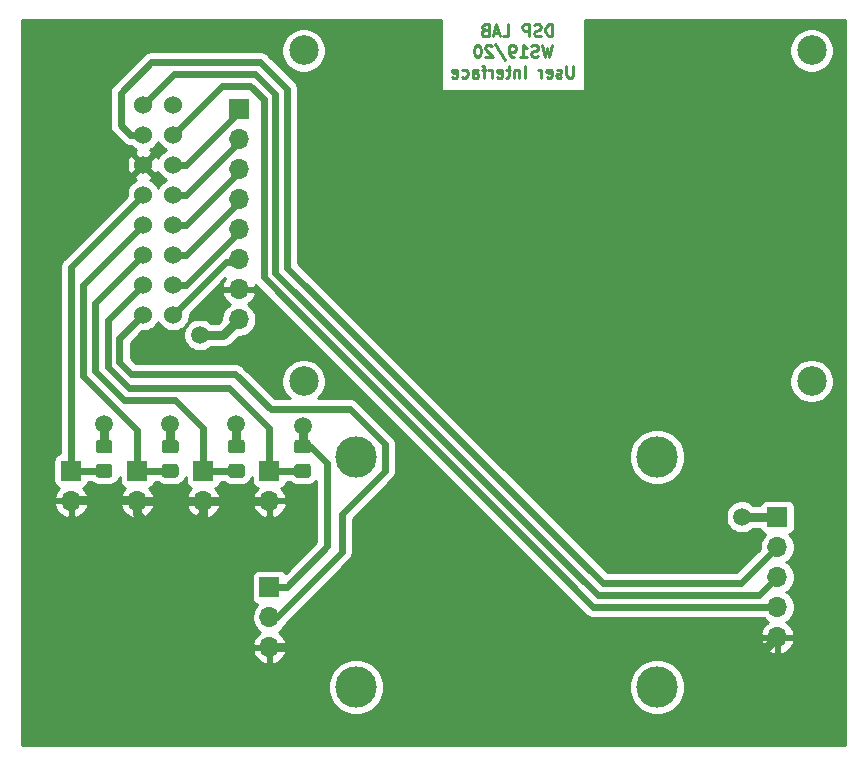
<source format=gbl>
G04 #@! TF.GenerationSoftware,KiCad,Pcbnew,(5.1.5)-3*
G04 #@! TF.CreationDate,2020-04-23T23:50:09+02:00*
G04 #@! TF.ProjectId,User_Interface_Board,55736572-5f49-46e7-9465-72666163655f,rev?*
G04 #@! TF.SameCoordinates,Original*
G04 #@! TF.FileFunction,Copper,L2,Bot*
G04 #@! TF.FilePolarity,Positive*
%FSLAX46Y46*%
G04 Gerber Fmt 4.6, Leading zero omitted, Abs format (unit mm)*
G04 Created by KiCad (PCBNEW (5.1.5)-3) date 2020-04-23 23:50:09*
%MOMM*%
%LPD*%
G04 APERTURE LIST*
%ADD10C,0.250000*%
%ADD11C,1.524000*%
%ADD12R,1.700000X1.700000*%
%ADD13O,1.700000X1.700000*%
%ADD14C,0.100000*%
%ADD15C,3.500000*%
%ADD16C,2.500000*%
%ADD17C,1.500000*%
%ADD18C,0.600000*%
%ADD19C,0.800000*%
%ADD20C,0.254000*%
G04 APERTURE END LIST*
D10*
X173533333Y-64302380D02*
X173533333Y-63302380D01*
X173295238Y-63302380D01*
X173152380Y-63350000D01*
X173057142Y-63445238D01*
X173009523Y-63540476D01*
X172961904Y-63730952D01*
X172961904Y-63873809D01*
X173009523Y-64064285D01*
X173057142Y-64159523D01*
X173152380Y-64254761D01*
X173295238Y-64302380D01*
X173533333Y-64302380D01*
X172580952Y-64254761D02*
X172438095Y-64302380D01*
X172200000Y-64302380D01*
X172104761Y-64254761D01*
X172057142Y-64207142D01*
X172009523Y-64111904D01*
X172009523Y-64016666D01*
X172057142Y-63921428D01*
X172104761Y-63873809D01*
X172200000Y-63826190D01*
X172390476Y-63778571D01*
X172485714Y-63730952D01*
X172533333Y-63683333D01*
X172580952Y-63588095D01*
X172580952Y-63492857D01*
X172533333Y-63397619D01*
X172485714Y-63350000D01*
X172390476Y-63302380D01*
X172152380Y-63302380D01*
X172009523Y-63350000D01*
X171580952Y-64302380D02*
X171580952Y-63302380D01*
X171200000Y-63302380D01*
X171104761Y-63350000D01*
X171057142Y-63397619D01*
X171009523Y-63492857D01*
X171009523Y-63635714D01*
X171057142Y-63730952D01*
X171104761Y-63778571D01*
X171200000Y-63826190D01*
X171580952Y-63826190D01*
X169342857Y-64302380D02*
X169819047Y-64302380D01*
X169819047Y-63302380D01*
X169057142Y-64016666D02*
X168580952Y-64016666D01*
X169152380Y-64302380D02*
X168819047Y-63302380D01*
X168485714Y-64302380D01*
X167819047Y-63778571D02*
X167676190Y-63826190D01*
X167628571Y-63873809D01*
X167580952Y-63969047D01*
X167580952Y-64111904D01*
X167628571Y-64207142D01*
X167676190Y-64254761D01*
X167771428Y-64302380D01*
X168152380Y-64302380D01*
X168152380Y-63302380D01*
X167819047Y-63302380D01*
X167723809Y-63350000D01*
X167676190Y-63397619D01*
X167628571Y-63492857D01*
X167628571Y-63588095D01*
X167676190Y-63683333D01*
X167723809Y-63730952D01*
X167819047Y-63778571D01*
X168152380Y-63778571D01*
X173533333Y-65052380D02*
X173295238Y-66052380D01*
X173104761Y-65338095D01*
X172914285Y-66052380D01*
X172676190Y-65052380D01*
X172342857Y-66004761D02*
X172200000Y-66052380D01*
X171961904Y-66052380D01*
X171866666Y-66004761D01*
X171819047Y-65957142D01*
X171771428Y-65861904D01*
X171771428Y-65766666D01*
X171819047Y-65671428D01*
X171866666Y-65623809D01*
X171961904Y-65576190D01*
X172152380Y-65528571D01*
X172247619Y-65480952D01*
X172295238Y-65433333D01*
X172342857Y-65338095D01*
X172342857Y-65242857D01*
X172295238Y-65147619D01*
X172247619Y-65100000D01*
X172152380Y-65052380D01*
X171914285Y-65052380D01*
X171771428Y-65100000D01*
X170819047Y-66052380D02*
X171390476Y-66052380D01*
X171104761Y-66052380D02*
X171104761Y-65052380D01*
X171200000Y-65195238D01*
X171295238Y-65290476D01*
X171390476Y-65338095D01*
X170342857Y-66052380D02*
X170152380Y-66052380D01*
X170057142Y-66004761D01*
X170009523Y-65957142D01*
X169914285Y-65814285D01*
X169866666Y-65623809D01*
X169866666Y-65242857D01*
X169914285Y-65147619D01*
X169961904Y-65100000D01*
X170057142Y-65052380D01*
X170247619Y-65052380D01*
X170342857Y-65100000D01*
X170390476Y-65147619D01*
X170438095Y-65242857D01*
X170438095Y-65480952D01*
X170390476Y-65576190D01*
X170342857Y-65623809D01*
X170247619Y-65671428D01*
X170057142Y-65671428D01*
X169961904Y-65623809D01*
X169914285Y-65576190D01*
X169866666Y-65480952D01*
X168723809Y-65004761D02*
X169580952Y-66290476D01*
X168438095Y-65147619D02*
X168390476Y-65100000D01*
X168295238Y-65052380D01*
X168057142Y-65052380D01*
X167961904Y-65100000D01*
X167914285Y-65147619D01*
X167866666Y-65242857D01*
X167866666Y-65338095D01*
X167914285Y-65480952D01*
X168485714Y-66052380D01*
X167866666Y-66052380D01*
X167247619Y-65052380D02*
X167152380Y-65052380D01*
X167057142Y-65100000D01*
X167009523Y-65147619D01*
X166961904Y-65242857D01*
X166914285Y-65433333D01*
X166914285Y-65671428D01*
X166961904Y-65861904D01*
X167009523Y-65957142D01*
X167057142Y-66004761D01*
X167152380Y-66052380D01*
X167247619Y-66052380D01*
X167342857Y-66004761D01*
X167390476Y-65957142D01*
X167438095Y-65861904D01*
X167485714Y-65671428D01*
X167485714Y-65433333D01*
X167438095Y-65242857D01*
X167390476Y-65147619D01*
X167342857Y-65100000D01*
X167247619Y-65052380D01*
X175319047Y-66802380D02*
X175319047Y-67611904D01*
X175271428Y-67707142D01*
X175223809Y-67754761D01*
X175128571Y-67802380D01*
X174938095Y-67802380D01*
X174842857Y-67754761D01*
X174795238Y-67707142D01*
X174747619Y-67611904D01*
X174747619Y-66802380D01*
X174319047Y-67754761D02*
X174223809Y-67802380D01*
X174033333Y-67802380D01*
X173938095Y-67754761D01*
X173890476Y-67659523D01*
X173890476Y-67611904D01*
X173938095Y-67516666D01*
X174033333Y-67469047D01*
X174176190Y-67469047D01*
X174271428Y-67421428D01*
X174319047Y-67326190D01*
X174319047Y-67278571D01*
X174271428Y-67183333D01*
X174176190Y-67135714D01*
X174033333Y-67135714D01*
X173938095Y-67183333D01*
X173080952Y-67754761D02*
X173176190Y-67802380D01*
X173366666Y-67802380D01*
X173461904Y-67754761D01*
X173509523Y-67659523D01*
X173509523Y-67278571D01*
X173461904Y-67183333D01*
X173366666Y-67135714D01*
X173176190Y-67135714D01*
X173080952Y-67183333D01*
X173033333Y-67278571D01*
X173033333Y-67373809D01*
X173509523Y-67469047D01*
X172604761Y-67802380D02*
X172604761Y-67135714D01*
X172604761Y-67326190D02*
X172557142Y-67230952D01*
X172509523Y-67183333D01*
X172414285Y-67135714D01*
X172319047Y-67135714D01*
X171223809Y-67802380D02*
X171223809Y-66802380D01*
X170747619Y-67135714D02*
X170747619Y-67802380D01*
X170747619Y-67230952D02*
X170700000Y-67183333D01*
X170604761Y-67135714D01*
X170461904Y-67135714D01*
X170366666Y-67183333D01*
X170319047Y-67278571D01*
X170319047Y-67802380D01*
X169985714Y-67135714D02*
X169604761Y-67135714D01*
X169842857Y-66802380D02*
X169842857Y-67659523D01*
X169795238Y-67754761D01*
X169700000Y-67802380D01*
X169604761Y-67802380D01*
X168890476Y-67754761D02*
X168985714Y-67802380D01*
X169176190Y-67802380D01*
X169271428Y-67754761D01*
X169319047Y-67659523D01*
X169319047Y-67278571D01*
X169271428Y-67183333D01*
X169176190Y-67135714D01*
X168985714Y-67135714D01*
X168890476Y-67183333D01*
X168842857Y-67278571D01*
X168842857Y-67373809D01*
X169319047Y-67469047D01*
X168414285Y-67802380D02*
X168414285Y-67135714D01*
X168414285Y-67326190D02*
X168366666Y-67230952D01*
X168319047Y-67183333D01*
X168223809Y-67135714D01*
X168128571Y-67135714D01*
X167938095Y-67135714D02*
X167557142Y-67135714D01*
X167795238Y-67802380D02*
X167795238Y-66945238D01*
X167747619Y-66850000D01*
X167652380Y-66802380D01*
X167557142Y-66802380D01*
X166795238Y-67802380D02*
X166795238Y-67278571D01*
X166842857Y-67183333D01*
X166938095Y-67135714D01*
X167128571Y-67135714D01*
X167223809Y-67183333D01*
X166795238Y-67754761D02*
X166890476Y-67802380D01*
X167128571Y-67802380D01*
X167223809Y-67754761D01*
X167271428Y-67659523D01*
X167271428Y-67564285D01*
X167223809Y-67469047D01*
X167128571Y-67421428D01*
X166890476Y-67421428D01*
X166795238Y-67373809D01*
X165890476Y-67754761D02*
X165985714Y-67802380D01*
X166176190Y-67802380D01*
X166271428Y-67754761D01*
X166319047Y-67707142D01*
X166366666Y-67611904D01*
X166366666Y-67326190D01*
X166319047Y-67230952D01*
X166271428Y-67183333D01*
X166176190Y-67135714D01*
X165985714Y-67135714D01*
X165890476Y-67183333D01*
X165080952Y-67754761D02*
X165176190Y-67802380D01*
X165366666Y-67802380D01*
X165461904Y-67754761D01*
X165509523Y-67659523D01*
X165509523Y-67278571D01*
X165461904Y-67183333D01*
X165366666Y-67135714D01*
X165176190Y-67135714D01*
X165080952Y-67183333D01*
X165033333Y-67278571D01*
X165033333Y-67373809D01*
X165509523Y-67469047D01*
D11*
X138900000Y-87890000D03*
X138900000Y-85350000D03*
X138900000Y-82810000D03*
X138900000Y-80270000D03*
X138900000Y-77730000D03*
X138900000Y-75190000D03*
X138900000Y-72650000D03*
X138900000Y-70110000D03*
X141440000Y-87890000D03*
X141440000Y-85350000D03*
X141440000Y-82810000D03*
X141440000Y-80270000D03*
X141440000Y-77730000D03*
X141440000Y-75190000D03*
X141440000Y-72650000D03*
X141440000Y-70110000D03*
D12*
X132800000Y-101100000D03*
D13*
X132800000Y-103640000D03*
X149600000Y-116040000D03*
X149600000Y-113500000D03*
D12*
X149600000Y-110960000D03*
D13*
X147000000Y-88280000D03*
X147000000Y-85740000D03*
X147000000Y-83200000D03*
X147000000Y-80660000D03*
X147000000Y-78120000D03*
X147000000Y-75580000D03*
X147000000Y-73040000D03*
D12*
X147000000Y-70500000D03*
D13*
X192600000Y-115180000D03*
X192600000Y-112640000D03*
X192600000Y-110100000D03*
X192600000Y-107560000D03*
D12*
X192600000Y-105020000D03*
D13*
X138400000Y-103640000D03*
D12*
X138400000Y-101100000D03*
X144000000Y-101100000D03*
D13*
X144000000Y-103640000D03*
X149600000Y-103640000D03*
D12*
X149600000Y-101100000D03*
G04 #@! TA.AperFunction,SMDPad,CuDef*
D14*
G36*
X136074505Y-98476204D02*
G01*
X136098773Y-98479804D01*
X136122572Y-98485765D01*
X136145671Y-98494030D01*
X136167850Y-98504520D01*
X136188893Y-98517132D01*
X136208599Y-98531747D01*
X136226777Y-98548223D01*
X136243253Y-98566401D01*
X136257868Y-98586107D01*
X136270480Y-98607150D01*
X136280970Y-98629329D01*
X136289235Y-98652428D01*
X136295196Y-98676227D01*
X136298796Y-98700495D01*
X136300000Y-98724999D01*
X136300000Y-99375001D01*
X136298796Y-99399505D01*
X136295196Y-99423773D01*
X136289235Y-99447572D01*
X136280970Y-99470671D01*
X136270480Y-99492850D01*
X136257868Y-99513893D01*
X136243253Y-99533599D01*
X136226777Y-99551777D01*
X136208599Y-99568253D01*
X136188893Y-99582868D01*
X136167850Y-99595480D01*
X136145671Y-99605970D01*
X136122572Y-99614235D01*
X136098773Y-99620196D01*
X136074505Y-99623796D01*
X136050001Y-99625000D01*
X135149999Y-99625000D01*
X135125495Y-99623796D01*
X135101227Y-99620196D01*
X135077428Y-99614235D01*
X135054329Y-99605970D01*
X135032150Y-99595480D01*
X135011107Y-99582868D01*
X134991401Y-99568253D01*
X134973223Y-99551777D01*
X134956747Y-99533599D01*
X134942132Y-99513893D01*
X134929520Y-99492850D01*
X134919030Y-99470671D01*
X134910765Y-99447572D01*
X134904804Y-99423773D01*
X134901204Y-99399505D01*
X134900000Y-99375001D01*
X134900000Y-98724999D01*
X134901204Y-98700495D01*
X134904804Y-98676227D01*
X134910765Y-98652428D01*
X134919030Y-98629329D01*
X134929520Y-98607150D01*
X134942132Y-98586107D01*
X134956747Y-98566401D01*
X134973223Y-98548223D01*
X134991401Y-98531747D01*
X135011107Y-98517132D01*
X135032150Y-98504520D01*
X135054329Y-98494030D01*
X135077428Y-98485765D01*
X135101227Y-98479804D01*
X135125495Y-98476204D01*
X135149999Y-98475000D01*
X136050001Y-98475000D01*
X136074505Y-98476204D01*
G37*
G04 #@! TD.AperFunction*
G04 #@! TA.AperFunction,SMDPad,CuDef*
G36*
X136074505Y-100526204D02*
G01*
X136098773Y-100529804D01*
X136122572Y-100535765D01*
X136145671Y-100544030D01*
X136167850Y-100554520D01*
X136188893Y-100567132D01*
X136208599Y-100581747D01*
X136226777Y-100598223D01*
X136243253Y-100616401D01*
X136257868Y-100636107D01*
X136270480Y-100657150D01*
X136280970Y-100679329D01*
X136289235Y-100702428D01*
X136295196Y-100726227D01*
X136298796Y-100750495D01*
X136300000Y-100774999D01*
X136300000Y-101425001D01*
X136298796Y-101449505D01*
X136295196Y-101473773D01*
X136289235Y-101497572D01*
X136280970Y-101520671D01*
X136270480Y-101542850D01*
X136257868Y-101563893D01*
X136243253Y-101583599D01*
X136226777Y-101601777D01*
X136208599Y-101618253D01*
X136188893Y-101632868D01*
X136167850Y-101645480D01*
X136145671Y-101655970D01*
X136122572Y-101664235D01*
X136098773Y-101670196D01*
X136074505Y-101673796D01*
X136050001Y-101675000D01*
X135149999Y-101675000D01*
X135125495Y-101673796D01*
X135101227Y-101670196D01*
X135077428Y-101664235D01*
X135054329Y-101655970D01*
X135032150Y-101645480D01*
X135011107Y-101632868D01*
X134991401Y-101618253D01*
X134973223Y-101601777D01*
X134956747Y-101583599D01*
X134942132Y-101563893D01*
X134929520Y-101542850D01*
X134919030Y-101520671D01*
X134910765Y-101497572D01*
X134904804Y-101473773D01*
X134901204Y-101449505D01*
X134900000Y-101425001D01*
X134900000Y-100774999D01*
X134901204Y-100750495D01*
X134904804Y-100726227D01*
X134910765Y-100702428D01*
X134919030Y-100679329D01*
X134929520Y-100657150D01*
X134942132Y-100636107D01*
X134956747Y-100616401D01*
X134973223Y-100598223D01*
X134991401Y-100581747D01*
X135011107Y-100567132D01*
X135032150Y-100554520D01*
X135054329Y-100544030D01*
X135077428Y-100535765D01*
X135101227Y-100529804D01*
X135125495Y-100526204D01*
X135149999Y-100525000D01*
X136050001Y-100525000D01*
X136074505Y-100526204D01*
G37*
G04 #@! TD.AperFunction*
G04 #@! TA.AperFunction,SMDPad,CuDef*
G36*
X141674505Y-100526204D02*
G01*
X141698773Y-100529804D01*
X141722572Y-100535765D01*
X141745671Y-100544030D01*
X141767850Y-100554520D01*
X141788893Y-100567132D01*
X141808599Y-100581747D01*
X141826777Y-100598223D01*
X141843253Y-100616401D01*
X141857868Y-100636107D01*
X141870480Y-100657150D01*
X141880970Y-100679329D01*
X141889235Y-100702428D01*
X141895196Y-100726227D01*
X141898796Y-100750495D01*
X141900000Y-100774999D01*
X141900000Y-101425001D01*
X141898796Y-101449505D01*
X141895196Y-101473773D01*
X141889235Y-101497572D01*
X141880970Y-101520671D01*
X141870480Y-101542850D01*
X141857868Y-101563893D01*
X141843253Y-101583599D01*
X141826777Y-101601777D01*
X141808599Y-101618253D01*
X141788893Y-101632868D01*
X141767850Y-101645480D01*
X141745671Y-101655970D01*
X141722572Y-101664235D01*
X141698773Y-101670196D01*
X141674505Y-101673796D01*
X141650001Y-101675000D01*
X140749999Y-101675000D01*
X140725495Y-101673796D01*
X140701227Y-101670196D01*
X140677428Y-101664235D01*
X140654329Y-101655970D01*
X140632150Y-101645480D01*
X140611107Y-101632868D01*
X140591401Y-101618253D01*
X140573223Y-101601777D01*
X140556747Y-101583599D01*
X140542132Y-101563893D01*
X140529520Y-101542850D01*
X140519030Y-101520671D01*
X140510765Y-101497572D01*
X140504804Y-101473773D01*
X140501204Y-101449505D01*
X140500000Y-101425001D01*
X140500000Y-100774999D01*
X140501204Y-100750495D01*
X140504804Y-100726227D01*
X140510765Y-100702428D01*
X140519030Y-100679329D01*
X140529520Y-100657150D01*
X140542132Y-100636107D01*
X140556747Y-100616401D01*
X140573223Y-100598223D01*
X140591401Y-100581747D01*
X140611107Y-100567132D01*
X140632150Y-100554520D01*
X140654329Y-100544030D01*
X140677428Y-100535765D01*
X140701227Y-100529804D01*
X140725495Y-100526204D01*
X140749999Y-100525000D01*
X141650001Y-100525000D01*
X141674505Y-100526204D01*
G37*
G04 #@! TD.AperFunction*
G04 #@! TA.AperFunction,SMDPad,CuDef*
G36*
X141674505Y-98476204D02*
G01*
X141698773Y-98479804D01*
X141722572Y-98485765D01*
X141745671Y-98494030D01*
X141767850Y-98504520D01*
X141788893Y-98517132D01*
X141808599Y-98531747D01*
X141826777Y-98548223D01*
X141843253Y-98566401D01*
X141857868Y-98586107D01*
X141870480Y-98607150D01*
X141880970Y-98629329D01*
X141889235Y-98652428D01*
X141895196Y-98676227D01*
X141898796Y-98700495D01*
X141900000Y-98724999D01*
X141900000Y-99375001D01*
X141898796Y-99399505D01*
X141895196Y-99423773D01*
X141889235Y-99447572D01*
X141880970Y-99470671D01*
X141870480Y-99492850D01*
X141857868Y-99513893D01*
X141843253Y-99533599D01*
X141826777Y-99551777D01*
X141808599Y-99568253D01*
X141788893Y-99582868D01*
X141767850Y-99595480D01*
X141745671Y-99605970D01*
X141722572Y-99614235D01*
X141698773Y-99620196D01*
X141674505Y-99623796D01*
X141650001Y-99625000D01*
X140749999Y-99625000D01*
X140725495Y-99623796D01*
X140701227Y-99620196D01*
X140677428Y-99614235D01*
X140654329Y-99605970D01*
X140632150Y-99595480D01*
X140611107Y-99582868D01*
X140591401Y-99568253D01*
X140573223Y-99551777D01*
X140556747Y-99533599D01*
X140542132Y-99513893D01*
X140529520Y-99492850D01*
X140519030Y-99470671D01*
X140510765Y-99447572D01*
X140504804Y-99423773D01*
X140501204Y-99399505D01*
X140500000Y-99375001D01*
X140500000Y-98724999D01*
X140501204Y-98700495D01*
X140504804Y-98676227D01*
X140510765Y-98652428D01*
X140519030Y-98629329D01*
X140529520Y-98607150D01*
X140542132Y-98586107D01*
X140556747Y-98566401D01*
X140573223Y-98548223D01*
X140591401Y-98531747D01*
X140611107Y-98517132D01*
X140632150Y-98504520D01*
X140654329Y-98494030D01*
X140677428Y-98485765D01*
X140701227Y-98479804D01*
X140725495Y-98476204D01*
X140749999Y-98475000D01*
X141650001Y-98475000D01*
X141674505Y-98476204D01*
G37*
G04 #@! TD.AperFunction*
G04 #@! TA.AperFunction,SMDPad,CuDef*
G36*
X147274505Y-98476204D02*
G01*
X147298773Y-98479804D01*
X147322572Y-98485765D01*
X147345671Y-98494030D01*
X147367850Y-98504520D01*
X147388893Y-98517132D01*
X147408599Y-98531747D01*
X147426777Y-98548223D01*
X147443253Y-98566401D01*
X147457868Y-98586107D01*
X147470480Y-98607150D01*
X147480970Y-98629329D01*
X147489235Y-98652428D01*
X147495196Y-98676227D01*
X147498796Y-98700495D01*
X147500000Y-98724999D01*
X147500000Y-99375001D01*
X147498796Y-99399505D01*
X147495196Y-99423773D01*
X147489235Y-99447572D01*
X147480970Y-99470671D01*
X147470480Y-99492850D01*
X147457868Y-99513893D01*
X147443253Y-99533599D01*
X147426777Y-99551777D01*
X147408599Y-99568253D01*
X147388893Y-99582868D01*
X147367850Y-99595480D01*
X147345671Y-99605970D01*
X147322572Y-99614235D01*
X147298773Y-99620196D01*
X147274505Y-99623796D01*
X147250001Y-99625000D01*
X146349999Y-99625000D01*
X146325495Y-99623796D01*
X146301227Y-99620196D01*
X146277428Y-99614235D01*
X146254329Y-99605970D01*
X146232150Y-99595480D01*
X146211107Y-99582868D01*
X146191401Y-99568253D01*
X146173223Y-99551777D01*
X146156747Y-99533599D01*
X146142132Y-99513893D01*
X146129520Y-99492850D01*
X146119030Y-99470671D01*
X146110765Y-99447572D01*
X146104804Y-99423773D01*
X146101204Y-99399505D01*
X146100000Y-99375001D01*
X146100000Y-98724999D01*
X146101204Y-98700495D01*
X146104804Y-98676227D01*
X146110765Y-98652428D01*
X146119030Y-98629329D01*
X146129520Y-98607150D01*
X146142132Y-98586107D01*
X146156747Y-98566401D01*
X146173223Y-98548223D01*
X146191401Y-98531747D01*
X146211107Y-98517132D01*
X146232150Y-98504520D01*
X146254329Y-98494030D01*
X146277428Y-98485765D01*
X146301227Y-98479804D01*
X146325495Y-98476204D01*
X146349999Y-98475000D01*
X147250001Y-98475000D01*
X147274505Y-98476204D01*
G37*
G04 #@! TD.AperFunction*
G04 #@! TA.AperFunction,SMDPad,CuDef*
G36*
X147274505Y-100526204D02*
G01*
X147298773Y-100529804D01*
X147322572Y-100535765D01*
X147345671Y-100544030D01*
X147367850Y-100554520D01*
X147388893Y-100567132D01*
X147408599Y-100581747D01*
X147426777Y-100598223D01*
X147443253Y-100616401D01*
X147457868Y-100636107D01*
X147470480Y-100657150D01*
X147480970Y-100679329D01*
X147489235Y-100702428D01*
X147495196Y-100726227D01*
X147498796Y-100750495D01*
X147500000Y-100774999D01*
X147500000Y-101425001D01*
X147498796Y-101449505D01*
X147495196Y-101473773D01*
X147489235Y-101497572D01*
X147480970Y-101520671D01*
X147470480Y-101542850D01*
X147457868Y-101563893D01*
X147443253Y-101583599D01*
X147426777Y-101601777D01*
X147408599Y-101618253D01*
X147388893Y-101632868D01*
X147367850Y-101645480D01*
X147345671Y-101655970D01*
X147322572Y-101664235D01*
X147298773Y-101670196D01*
X147274505Y-101673796D01*
X147250001Y-101675000D01*
X146349999Y-101675000D01*
X146325495Y-101673796D01*
X146301227Y-101670196D01*
X146277428Y-101664235D01*
X146254329Y-101655970D01*
X146232150Y-101645480D01*
X146211107Y-101632868D01*
X146191401Y-101618253D01*
X146173223Y-101601777D01*
X146156747Y-101583599D01*
X146142132Y-101563893D01*
X146129520Y-101542850D01*
X146119030Y-101520671D01*
X146110765Y-101497572D01*
X146104804Y-101473773D01*
X146101204Y-101449505D01*
X146100000Y-101425001D01*
X146100000Y-100774999D01*
X146101204Y-100750495D01*
X146104804Y-100726227D01*
X146110765Y-100702428D01*
X146119030Y-100679329D01*
X146129520Y-100657150D01*
X146142132Y-100636107D01*
X146156747Y-100616401D01*
X146173223Y-100598223D01*
X146191401Y-100581747D01*
X146211107Y-100567132D01*
X146232150Y-100554520D01*
X146254329Y-100544030D01*
X146277428Y-100535765D01*
X146301227Y-100529804D01*
X146325495Y-100526204D01*
X146349999Y-100525000D01*
X147250001Y-100525000D01*
X147274505Y-100526204D01*
G37*
G04 #@! TD.AperFunction*
G04 #@! TA.AperFunction,SMDPad,CuDef*
G36*
X152874505Y-100526204D02*
G01*
X152898773Y-100529804D01*
X152922572Y-100535765D01*
X152945671Y-100544030D01*
X152967850Y-100554520D01*
X152988893Y-100567132D01*
X153008599Y-100581747D01*
X153026777Y-100598223D01*
X153043253Y-100616401D01*
X153057868Y-100636107D01*
X153070480Y-100657150D01*
X153080970Y-100679329D01*
X153089235Y-100702428D01*
X153095196Y-100726227D01*
X153098796Y-100750495D01*
X153100000Y-100774999D01*
X153100000Y-101425001D01*
X153098796Y-101449505D01*
X153095196Y-101473773D01*
X153089235Y-101497572D01*
X153080970Y-101520671D01*
X153070480Y-101542850D01*
X153057868Y-101563893D01*
X153043253Y-101583599D01*
X153026777Y-101601777D01*
X153008599Y-101618253D01*
X152988893Y-101632868D01*
X152967850Y-101645480D01*
X152945671Y-101655970D01*
X152922572Y-101664235D01*
X152898773Y-101670196D01*
X152874505Y-101673796D01*
X152850001Y-101675000D01*
X151949999Y-101675000D01*
X151925495Y-101673796D01*
X151901227Y-101670196D01*
X151877428Y-101664235D01*
X151854329Y-101655970D01*
X151832150Y-101645480D01*
X151811107Y-101632868D01*
X151791401Y-101618253D01*
X151773223Y-101601777D01*
X151756747Y-101583599D01*
X151742132Y-101563893D01*
X151729520Y-101542850D01*
X151719030Y-101520671D01*
X151710765Y-101497572D01*
X151704804Y-101473773D01*
X151701204Y-101449505D01*
X151700000Y-101425001D01*
X151700000Y-100774999D01*
X151701204Y-100750495D01*
X151704804Y-100726227D01*
X151710765Y-100702428D01*
X151719030Y-100679329D01*
X151729520Y-100657150D01*
X151742132Y-100636107D01*
X151756747Y-100616401D01*
X151773223Y-100598223D01*
X151791401Y-100581747D01*
X151811107Y-100567132D01*
X151832150Y-100554520D01*
X151854329Y-100544030D01*
X151877428Y-100535765D01*
X151901227Y-100529804D01*
X151925495Y-100526204D01*
X151949999Y-100525000D01*
X152850001Y-100525000D01*
X152874505Y-100526204D01*
G37*
G04 #@! TD.AperFunction*
G04 #@! TA.AperFunction,SMDPad,CuDef*
G36*
X152874505Y-98476204D02*
G01*
X152898773Y-98479804D01*
X152922572Y-98485765D01*
X152945671Y-98494030D01*
X152967850Y-98504520D01*
X152988893Y-98517132D01*
X153008599Y-98531747D01*
X153026777Y-98548223D01*
X153043253Y-98566401D01*
X153057868Y-98586107D01*
X153070480Y-98607150D01*
X153080970Y-98629329D01*
X153089235Y-98652428D01*
X153095196Y-98676227D01*
X153098796Y-98700495D01*
X153100000Y-98724999D01*
X153100000Y-99375001D01*
X153098796Y-99399505D01*
X153095196Y-99423773D01*
X153089235Y-99447572D01*
X153080970Y-99470671D01*
X153070480Y-99492850D01*
X153057868Y-99513893D01*
X153043253Y-99533599D01*
X153026777Y-99551777D01*
X153008599Y-99568253D01*
X152988893Y-99582868D01*
X152967850Y-99595480D01*
X152945671Y-99605970D01*
X152922572Y-99614235D01*
X152898773Y-99620196D01*
X152874505Y-99623796D01*
X152850001Y-99625000D01*
X151949999Y-99625000D01*
X151925495Y-99623796D01*
X151901227Y-99620196D01*
X151877428Y-99614235D01*
X151854329Y-99605970D01*
X151832150Y-99595480D01*
X151811107Y-99582868D01*
X151791401Y-99568253D01*
X151773223Y-99551777D01*
X151756747Y-99533599D01*
X151742132Y-99513893D01*
X151729520Y-99492850D01*
X151719030Y-99470671D01*
X151710765Y-99447572D01*
X151704804Y-99423773D01*
X151701204Y-99399505D01*
X151700000Y-99375001D01*
X151700000Y-98724999D01*
X151701204Y-98700495D01*
X151704804Y-98676227D01*
X151710765Y-98652428D01*
X151719030Y-98629329D01*
X151729520Y-98607150D01*
X151742132Y-98586107D01*
X151756747Y-98566401D01*
X151773223Y-98548223D01*
X151791401Y-98531747D01*
X151811107Y-98517132D01*
X151832150Y-98504520D01*
X151854329Y-98494030D01*
X151877428Y-98485765D01*
X151901227Y-98479804D01*
X151925495Y-98476204D01*
X151949999Y-98475000D01*
X152850001Y-98475000D01*
X152874505Y-98476204D01*
G37*
G04 #@! TD.AperFunction*
D15*
X182420000Y-99910000D03*
X182420000Y-119410000D03*
X156920000Y-119410000D03*
X156920000Y-99910000D03*
D16*
X152500000Y-65500000D03*
X195500000Y-65500000D03*
X195500000Y-93500000D03*
X152500000Y-93500000D03*
D17*
X141200000Y-107600000D03*
X140400000Y-90700000D03*
X149100000Y-90700000D03*
X144000000Y-63900000D03*
X135600000Y-97100000D03*
X189600000Y-105000000D03*
X141200000Y-97100000D03*
X146800000Y-97100000D03*
X152400000Y-97350010D03*
X143699999Y-89600000D03*
D18*
X137822370Y-72650000D02*
X138900000Y-72650000D01*
X137000000Y-71827630D02*
X137822370Y-72650000D01*
X192600000Y-107560000D02*
X189520022Y-110639978D01*
X189520022Y-110639978D02*
X177839978Y-110639978D01*
X177839978Y-110639978D02*
X151100000Y-83900000D01*
X151100000Y-83900000D02*
X151100000Y-68800000D01*
X148799953Y-66499953D02*
X139600047Y-66499953D01*
X151100000Y-68800000D02*
X148799953Y-66499953D01*
X139600047Y-66499953D02*
X137000000Y-69100000D01*
X137000000Y-69100000D02*
X137000000Y-71827630D01*
X177011542Y-112640000D02*
X191397919Y-112640000D01*
X149099978Y-69628434D02*
X149099978Y-84728436D01*
X149099978Y-84728436D02*
X177011542Y-112640000D01*
X191397919Y-112640000D02*
X192600000Y-112640000D01*
X147971544Y-68500000D02*
X149099978Y-69628434D01*
X145590000Y-68500000D02*
X147971544Y-68500000D01*
X141440000Y-72650000D02*
X145590000Y-68500000D01*
X150099989Y-69214217D02*
X150099989Y-84314218D01*
X150099989Y-84314218D02*
X177425760Y-111639989D01*
X177425760Y-111639989D02*
X191060011Y-111639989D01*
X191060011Y-111639989D02*
X191750001Y-110949999D01*
X191750001Y-110949999D02*
X192600000Y-110100000D01*
X148385761Y-67499989D02*
X150099989Y-69214217D01*
X141510011Y-67499989D02*
X148385761Y-67499989D01*
X138900000Y-70110000D02*
X141510011Y-67499989D01*
X141440000Y-87890000D02*
X145900000Y-83430000D01*
X145900000Y-83430000D02*
X147000000Y-83430000D01*
X141440000Y-85350000D02*
X142540000Y-85350000D01*
X142540000Y-85350000D02*
X147000000Y-80890000D01*
X141440000Y-82810000D02*
X142540000Y-82810000D01*
X142540000Y-82810000D02*
X147000000Y-78350000D01*
X141440000Y-80270000D02*
X142540000Y-80270000D01*
X142540000Y-80270000D02*
X147000000Y-75810000D01*
X141440000Y-77730000D02*
X142540000Y-77730000D01*
X142540000Y-77730000D02*
X147000000Y-73270000D01*
X142540000Y-75190000D02*
X141440000Y-75190000D01*
X147000000Y-70730000D02*
X142540000Y-75190000D01*
D19*
X138400000Y-103640000D02*
X144000000Y-103640000D01*
X144000000Y-103640000D02*
X149600000Y-103640000D01*
D18*
X138360000Y-103600000D02*
X138400000Y-103640000D01*
X132800000Y-103640000D02*
X132840000Y-103600000D01*
D19*
X132840000Y-103600000D02*
X138360000Y-103600000D01*
X138400000Y-104800000D02*
X141200000Y-107600000D01*
X138400000Y-103640000D02*
X138400000Y-104800000D01*
X144000000Y-104800000D02*
X141200000Y-107600000D01*
X144000000Y-103640000D02*
X144000000Y-104800000D01*
D18*
X149600000Y-116000000D02*
X149600000Y-116040000D01*
D19*
X191740000Y-116040000D02*
X192600000Y-115180000D01*
X149600000Y-116040000D02*
X191740000Y-116040000D01*
X135600000Y-97100000D02*
X135600000Y-99050000D01*
X141200000Y-97100000D02*
X141200000Y-99050000D01*
X146800000Y-97100000D02*
X146800000Y-99050000D01*
X152400000Y-99050000D02*
X152400000Y-97350010D01*
D18*
X192580000Y-105000000D02*
X192600000Y-105020000D01*
D19*
X189600000Y-105000000D02*
X192580000Y-105000000D01*
D18*
X154500000Y-107510000D02*
X151050000Y-110960000D01*
X154500000Y-100450000D02*
X154500000Y-107510000D01*
X152400000Y-99050000D02*
X153100000Y-99050000D01*
X151050000Y-110960000D02*
X149600000Y-110960000D01*
X153100000Y-99050000D02*
X154500000Y-100450000D01*
D19*
X145680000Y-89600000D02*
X143699999Y-89600000D01*
X147000000Y-88280000D02*
X145680000Y-89600000D01*
D18*
X150201040Y-113500000D02*
X149600000Y-113500000D01*
X137899990Y-92899990D02*
X146699990Y-92899990D01*
X146699990Y-92899990D02*
X149700000Y-95900000D01*
X138900000Y-87890000D02*
X136900000Y-89890000D01*
X136900000Y-89890000D02*
X136900000Y-91900000D01*
X136900000Y-91900000D02*
X137899990Y-92899990D01*
X149700000Y-95900000D02*
X156400000Y-95900000D01*
X156400000Y-95900000D02*
X159370001Y-98870001D01*
X159370001Y-101086001D02*
X155700000Y-104756002D01*
X159370001Y-98870001D02*
X159370001Y-101086001D01*
X155700000Y-108001040D02*
X150201040Y-113500000D01*
X155700000Y-104756002D02*
X155700000Y-108001040D01*
X149600000Y-101100000D02*
X152400000Y-101100000D01*
X137685772Y-94100001D02*
X135899989Y-92314218D01*
X146202931Y-94100001D02*
X137685772Y-94100001D01*
X135899989Y-92314218D02*
X135899989Y-88350011D01*
X135899989Y-88350011D02*
X138138001Y-86111999D01*
X138138001Y-86111999D02*
X138900000Y-85350000D01*
X149600000Y-97497070D02*
X146202931Y-94100001D01*
X149600000Y-101100000D02*
X149600000Y-97497070D01*
X144000000Y-101100000D02*
X146800000Y-101100000D01*
X134799989Y-92628447D02*
X134799989Y-86910011D01*
X138138001Y-83571999D02*
X138900000Y-82810000D01*
X134799989Y-86910011D02*
X138138001Y-83571999D01*
X144000000Y-97457998D02*
X141642014Y-95100012D01*
X144000000Y-101100000D02*
X144000000Y-97457998D01*
X137271554Y-95100012D02*
X134799989Y-92628447D01*
X141642014Y-95100012D02*
X137271554Y-95100012D01*
X138400000Y-101100000D02*
X141200000Y-101100000D01*
X133799978Y-85370022D02*
X138138001Y-81031999D01*
X138400000Y-97642687D02*
X133799978Y-93042665D01*
X133799978Y-93042665D02*
X133799978Y-85370022D01*
X138138001Y-81031999D02*
X138900000Y-80270000D01*
X138400000Y-101100000D02*
X138400000Y-97642687D01*
X132800000Y-101100000D02*
X135600000Y-101100000D01*
X138138001Y-78491999D02*
X138900000Y-77730000D01*
X132800000Y-101100000D02*
X132800000Y-99650000D01*
X132799978Y-83830022D02*
X138138001Y-78491999D01*
X132800000Y-99650000D02*
X132799978Y-99649978D01*
X132799978Y-99649978D02*
X132799978Y-83830022D01*
D20*
G36*
X164082857Y-68952500D02*
G01*
X176317143Y-68952500D01*
X176317143Y-65314344D01*
X193615000Y-65314344D01*
X193615000Y-65685656D01*
X193687439Y-66049834D01*
X193829534Y-66392882D01*
X194035825Y-66701618D01*
X194298382Y-66964175D01*
X194607118Y-67170466D01*
X194950166Y-67312561D01*
X195314344Y-67385000D01*
X195685656Y-67385000D01*
X196049834Y-67312561D01*
X196392882Y-67170466D01*
X196701618Y-66964175D01*
X196964175Y-66701618D01*
X197170466Y-66392882D01*
X197312561Y-66049834D01*
X197385000Y-65685656D01*
X197385000Y-65314344D01*
X197312561Y-64950166D01*
X197170466Y-64607118D01*
X196964175Y-64298382D01*
X196701618Y-64035825D01*
X196392882Y-63829534D01*
X196049834Y-63687439D01*
X195685656Y-63615000D01*
X195314344Y-63615000D01*
X194950166Y-63687439D01*
X194607118Y-63829534D01*
X194298382Y-64035825D01*
X194035825Y-64298382D01*
X193829534Y-64607118D01*
X193687439Y-64950166D01*
X193615000Y-65314344D01*
X176317143Y-65314344D01*
X176317143Y-62910000D01*
X198340001Y-62910000D01*
X198340000Y-124340000D01*
X128660000Y-124340000D01*
X128660000Y-119175098D01*
X154535000Y-119175098D01*
X154535000Y-119644902D01*
X154626654Y-120105679D01*
X154806440Y-120539721D01*
X155067450Y-120930349D01*
X155399651Y-121262550D01*
X155790279Y-121523560D01*
X156224321Y-121703346D01*
X156685098Y-121795000D01*
X157154902Y-121795000D01*
X157615679Y-121703346D01*
X158049721Y-121523560D01*
X158440349Y-121262550D01*
X158772550Y-120930349D01*
X159033560Y-120539721D01*
X159213346Y-120105679D01*
X159305000Y-119644902D01*
X159305000Y-119175098D01*
X180035000Y-119175098D01*
X180035000Y-119644902D01*
X180126654Y-120105679D01*
X180306440Y-120539721D01*
X180567450Y-120930349D01*
X180899651Y-121262550D01*
X181290279Y-121523560D01*
X181724321Y-121703346D01*
X182185098Y-121795000D01*
X182654902Y-121795000D01*
X183115679Y-121703346D01*
X183549721Y-121523560D01*
X183940349Y-121262550D01*
X184272550Y-120930349D01*
X184533560Y-120539721D01*
X184713346Y-120105679D01*
X184805000Y-119644902D01*
X184805000Y-119175098D01*
X184713346Y-118714321D01*
X184533560Y-118280279D01*
X184272550Y-117889651D01*
X183940349Y-117557450D01*
X183549721Y-117296440D01*
X183115679Y-117116654D01*
X182654902Y-117025000D01*
X182185098Y-117025000D01*
X181724321Y-117116654D01*
X181290279Y-117296440D01*
X180899651Y-117557450D01*
X180567450Y-117889651D01*
X180306440Y-118280279D01*
X180126654Y-118714321D01*
X180035000Y-119175098D01*
X159305000Y-119175098D01*
X159213346Y-118714321D01*
X159033560Y-118280279D01*
X158772550Y-117889651D01*
X158440349Y-117557450D01*
X158049721Y-117296440D01*
X157615679Y-117116654D01*
X157154902Y-117025000D01*
X156685098Y-117025000D01*
X156224321Y-117116654D01*
X155790279Y-117296440D01*
X155399651Y-117557450D01*
X155067450Y-117889651D01*
X154806440Y-118280279D01*
X154626654Y-118714321D01*
X154535000Y-119175098D01*
X128660000Y-119175098D01*
X128660000Y-116396890D01*
X148158524Y-116396890D01*
X148203175Y-116544099D01*
X148328359Y-116806920D01*
X148502412Y-117040269D01*
X148718645Y-117235178D01*
X148968748Y-117384157D01*
X149243109Y-117481481D01*
X149473000Y-117360814D01*
X149473000Y-116167000D01*
X149727000Y-116167000D01*
X149727000Y-117360814D01*
X149956891Y-117481481D01*
X150231252Y-117384157D01*
X150481355Y-117235178D01*
X150697588Y-117040269D01*
X150871641Y-116806920D01*
X150996825Y-116544099D01*
X151041476Y-116396890D01*
X150920155Y-116167000D01*
X149727000Y-116167000D01*
X149473000Y-116167000D01*
X148279845Y-116167000D01*
X148158524Y-116396890D01*
X128660000Y-116396890D01*
X128660000Y-103996890D01*
X131358524Y-103996890D01*
X131403175Y-104144099D01*
X131528359Y-104406920D01*
X131702412Y-104640269D01*
X131918645Y-104835178D01*
X132168748Y-104984157D01*
X132443109Y-105081481D01*
X132673000Y-104960814D01*
X132673000Y-103767000D01*
X132927000Y-103767000D01*
X132927000Y-104960814D01*
X133156891Y-105081481D01*
X133431252Y-104984157D01*
X133681355Y-104835178D01*
X133897588Y-104640269D01*
X134071641Y-104406920D01*
X134196825Y-104144099D01*
X134241476Y-103996890D01*
X136958524Y-103996890D01*
X137003175Y-104144099D01*
X137128359Y-104406920D01*
X137302412Y-104640269D01*
X137518645Y-104835178D01*
X137768748Y-104984157D01*
X138043109Y-105081481D01*
X138273000Y-104960814D01*
X138273000Y-103767000D01*
X138527000Y-103767000D01*
X138527000Y-104960814D01*
X138756891Y-105081481D01*
X139031252Y-104984157D01*
X139281355Y-104835178D01*
X139497588Y-104640269D01*
X139671641Y-104406920D01*
X139796825Y-104144099D01*
X139841476Y-103996890D01*
X142558524Y-103996890D01*
X142603175Y-104144099D01*
X142728359Y-104406920D01*
X142902412Y-104640269D01*
X143118645Y-104835178D01*
X143368748Y-104984157D01*
X143643109Y-105081481D01*
X143873000Y-104960814D01*
X143873000Y-103767000D01*
X144127000Y-103767000D01*
X144127000Y-104960814D01*
X144356891Y-105081481D01*
X144631252Y-104984157D01*
X144881355Y-104835178D01*
X145097588Y-104640269D01*
X145271641Y-104406920D01*
X145396825Y-104144099D01*
X145441476Y-103996890D01*
X148158524Y-103996890D01*
X148203175Y-104144099D01*
X148328359Y-104406920D01*
X148502412Y-104640269D01*
X148718645Y-104835178D01*
X148968748Y-104984157D01*
X149243109Y-105081481D01*
X149473000Y-104960814D01*
X149473000Y-103767000D01*
X149727000Y-103767000D01*
X149727000Y-104960814D01*
X149956891Y-105081481D01*
X150231252Y-104984157D01*
X150481355Y-104835178D01*
X150697588Y-104640269D01*
X150871641Y-104406920D01*
X150996825Y-104144099D01*
X151041476Y-103996890D01*
X150920155Y-103767000D01*
X149727000Y-103767000D01*
X149473000Y-103767000D01*
X148279845Y-103767000D01*
X148158524Y-103996890D01*
X145441476Y-103996890D01*
X145320155Y-103767000D01*
X144127000Y-103767000D01*
X143873000Y-103767000D01*
X142679845Y-103767000D01*
X142558524Y-103996890D01*
X139841476Y-103996890D01*
X139720155Y-103767000D01*
X138527000Y-103767000D01*
X138273000Y-103767000D01*
X137079845Y-103767000D01*
X136958524Y-103996890D01*
X134241476Y-103996890D01*
X134120155Y-103767000D01*
X132927000Y-103767000D01*
X132673000Y-103767000D01*
X131479845Y-103767000D01*
X131358524Y-103996890D01*
X128660000Y-103996890D01*
X128660000Y-100250000D01*
X131311928Y-100250000D01*
X131311928Y-101950000D01*
X131324188Y-102074482D01*
X131360498Y-102194180D01*
X131419463Y-102304494D01*
X131498815Y-102401185D01*
X131595506Y-102480537D01*
X131705820Y-102539502D01*
X131786466Y-102563966D01*
X131702412Y-102639731D01*
X131528359Y-102873080D01*
X131403175Y-103135901D01*
X131358524Y-103283110D01*
X131479845Y-103513000D01*
X132673000Y-103513000D01*
X132673000Y-103493000D01*
X132927000Y-103493000D01*
X132927000Y-103513000D01*
X134120155Y-103513000D01*
X134241476Y-103283110D01*
X134196825Y-103135901D01*
X134071641Y-102873080D01*
X133897588Y-102639731D01*
X133813534Y-102563966D01*
X133894180Y-102539502D01*
X134004494Y-102480537D01*
X134101185Y-102401185D01*
X134180537Y-102304494D01*
X134239502Y-102194180D01*
X134275812Y-102074482D01*
X134279701Y-102035000D01*
X134507297Y-102035000D01*
X134522038Y-102052962D01*
X134656613Y-102163405D01*
X134810149Y-102245472D01*
X134976745Y-102296008D01*
X135149999Y-102313072D01*
X136050001Y-102313072D01*
X136223255Y-102296008D01*
X136389851Y-102245472D01*
X136543387Y-102163405D01*
X136677962Y-102052962D01*
X136788405Y-101918387D01*
X136870472Y-101764851D01*
X136911928Y-101628188D01*
X136911928Y-101950000D01*
X136924188Y-102074482D01*
X136960498Y-102194180D01*
X137019463Y-102304494D01*
X137098815Y-102401185D01*
X137195506Y-102480537D01*
X137305820Y-102539502D01*
X137386466Y-102563966D01*
X137302412Y-102639731D01*
X137128359Y-102873080D01*
X137003175Y-103135901D01*
X136958524Y-103283110D01*
X137079845Y-103513000D01*
X138273000Y-103513000D01*
X138273000Y-103493000D01*
X138527000Y-103493000D01*
X138527000Y-103513000D01*
X139720155Y-103513000D01*
X139841476Y-103283110D01*
X139796825Y-103135901D01*
X139671641Y-102873080D01*
X139497588Y-102639731D01*
X139413534Y-102563966D01*
X139494180Y-102539502D01*
X139604494Y-102480537D01*
X139701185Y-102401185D01*
X139780537Y-102304494D01*
X139839502Y-102194180D01*
X139875812Y-102074482D01*
X139879701Y-102035000D01*
X140107297Y-102035000D01*
X140122038Y-102052962D01*
X140256613Y-102163405D01*
X140410149Y-102245472D01*
X140576745Y-102296008D01*
X140749999Y-102313072D01*
X141650001Y-102313072D01*
X141823255Y-102296008D01*
X141989851Y-102245472D01*
X142143387Y-102163405D01*
X142277962Y-102052962D01*
X142388405Y-101918387D01*
X142470472Y-101764851D01*
X142511928Y-101628188D01*
X142511928Y-101950000D01*
X142524188Y-102074482D01*
X142560498Y-102194180D01*
X142619463Y-102304494D01*
X142698815Y-102401185D01*
X142795506Y-102480537D01*
X142905820Y-102539502D01*
X142986466Y-102563966D01*
X142902412Y-102639731D01*
X142728359Y-102873080D01*
X142603175Y-103135901D01*
X142558524Y-103283110D01*
X142679845Y-103513000D01*
X143873000Y-103513000D01*
X143873000Y-103493000D01*
X144127000Y-103493000D01*
X144127000Y-103513000D01*
X145320155Y-103513000D01*
X145441476Y-103283110D01*
X145396825Y-103135901D01*
X145271641Y-102873080D01*
X145097588Y-102639731D01*
X145013534Y-102563966D01*
X145094180Y-102539502D01*
X145204494Y-102480537D01*
X145301185Y-102401185D01*
X145380537Y-102304494D01*
X145439502Y-102194180D01*
X145475812Y-102074482D01*
X145479701Y-102035000D01*
X145707297Y-102035000D01*
X145722038Y-102052962D01*
X145856613Y-102163405D01*
X146010149Y-102245472D01*
X146176745Y-102296008D01*
X146349999Y-102313072D01*
X147250001Y-102313072D01*
X147423255Y-102296008D01*
X147589851Y-102245472D01*
X147743387Y-102163405D01*
X147877962Y-102052962D01*
X147988405Y-101918387D01*
X148070472Y-101764851D01*
X148111928Y-101628188D01*
X148111928Y-101950000D01*
X148124188Y-102074482D01*
X148160498Y-102194180D01*
X148219463Y-102304494D01*
X148298815Y-102401185D01*
X148395506Y-102480537D01*
X148505820Y-102539502D01*
X148586466Y-102563966D01*
X148502412Y-102639731D01*
X148328359Y-102873080D01*
X148203175Y-103135901D01*
X148158524Y-103283110D01*
X148279845Y-103513000D01*
X149473000Y-103513000D01*
X149473000Y-103493000D01*
X149727000Y-103493000D01*
X149727000Y-103513000D01*
X150920155Y-103513000D01*
X151041476Y-103283110D01*
X150996825Y-103135901D01*
X150871641Y-102873080D01*
X150697588Y-102639731D01*
X150613534Y-102563966D01*
X150694180Y-102539502D01*
X150804494Y-102480537D01*
X150901185Y-102401185D01*
X150980537Y-102304494D01*
X151039502Y-102194180D01*
X151075812Y-102074482D01*
X151079701Y-102035000D01*
X151307297Y-102035000D01*
X151322038Y-102052962D01*
X151456613Y-102163405D01*
X151610149Y-102245472D01*
X151776745Y-102296008D01*
X151949999Y-102313072D01*
X152850001Y-102313072D01*
X153023255Y-102296008D01*
X153189851Y-102245472D01*
X153343387Y-102163405D01*
X153477962Y-102052962D01*
X153565000Y-101946906D01*
X153565001Y-107122710D01*
X150958751Y-109728960D01*
X150901185Y-109658815D01*
X150804494Y-109579463D01*
X150694180Y-109520498D01*
X150574482Y-109484188D01*
X150450000Y-109471928D01*
X148750000Y-109471928D01*
X148625518Y-109484188D01*
X148505820Y-109520498D01*
X148395506Y-109579463D01*
X148298815Y-109658815D01*
X148219463Y-109755506D01*
X148160498Y-109865820D01*
X148124188Y-109985518D01*
X148111928Y-110110000D01*
X148111928Y-111810000D01*
X148124188Y-111934482D01*
X148160498Y-112054180D01*
X148219463Y-112164494D01*
X148298815Y-112261185D01*
X148395506Y-112340537D01*
X148505820Y-112399502D01*
X148578380Y-112421513D01*
X148446525Y-112553368D01*
X148284010Y-112796589D01*
X148172068Y-113066842D01*
X148115000Y-113353740D01*
X148115000Y-113646260D01*
X148172068Y-113933158D01*
X148284010Y-114203411D01*
X148446525Y-114446632D01*
X148653368Y-114653475D01*
X148835534Y-114775195D01*
X148718645Y-114844822D01*
X148502412Y-115039731D01*
X148328359Y-115273080D01*
X148203175Y-115535901D01*
X148158524Y-115683110D01*
X148279845Y-115913000D01*
X149473000Y-115913000D01*
X149473000Y-115893000D01*
X149727000Y-115893000D01*
X149727000Y-115913000D01*
X150920155Y-115913000D01*
X151041476Y-115683110D01*
X150997125Y-115536890D01*
X191158524Y-115536890D01*
X191203175Y-115684099D01*
X191328359Y-115946920D01*
X191502412Y-116180269D01*
X191718645Y-116375178D01*
X191968748Y-116524157D01*
X192243109Y-116621481D01*
X192473000Y-116500814D01*
X192473000Y-115307000D01*
X192727000Y-115307000D01*
X192727000Y-116500814D01*
X192956891Y-116621481D01*
X193231252Y-116524157D01*
X193481355Y-116375178D01*
X193697588Y-116180269D01*
X193871641Y-115946920D01*
X193996825Y-115684099D01*
X194041476Y-115536890D01*
X193920155Y-115307000D01*
X192727000Y-115307000D01*
X192473000Y-115307000D01*
X191279845Y-115307000D01*
X191158524Y-115536890D01*
X150997125Y-115536890D01*
X150996825Y-115535901D01*
X150871641Y-115273080D01*
X150697588Y-115039731D01*
X150481355Y-114844822D01*
X150364466Y-114775195D01*
X150546632Y-114653475D01*
X150753475Y-114446632D01*
X150915990Y-114203411D01*
X150983923Y-114039406D01*
X156328659Y-108694670D01*
X156364344Y-108665384D01*
X156481186Y-108523012D01*
X156568007Y-108360580D01*
X156621471Y-108184332D01*
X156635000Y-108046972D01*
X156639524Y-108001040D01*
X156635000Y-107955108D01*
X156635000Y-105143291D01*
X159998665Y-101779627D01*
X160034345Y-101750345D01*
X160151187Y-101607973D01*
X160238008Y-101445541D01*
X160276695Y-101318006D01*
X160291472Y-101269294D01*
X160309525Y-101086002D01*
X160305001Y-101040070D01*
X160305001Y-98915936D01*
X160309525Y-98870001D01*
X160291473Y-98686709D01*
X160238008Y-98510460D01*
X160207766Y-98453881D01*
X160151187Y-98348029D01*
X160034345Y-98205657D01*
X159998661Y-98176372D01*
X157093630Y-95271341D01*
X157064344Y-95235656D01*
X156921972Y-95118814D01*
X156759540Y-95031993D01*
X156583292Y-94978529D01*
X156445932Y-94965000D01*
X156400000Y-94960476D01*
X156354068Y-94965000D01*
X153700383Y-94965000D01*
X153701618Y-94964175D01*
X153964175Y-94701618D01*
X154170466Y-94392882D01*
X154312561Y-94049834D01*
X154385000Y-93685656D01*
X154385000Y-93314344D01*
X154312561Y-92950166D01*
X154170466Y-92607118D01*
X153964175Y-92298382D01*
X153701618Y-92035825D01*
X153392882Y-91829534D01*
X153049834Y-91687439D01*
X152685656Y-91615000D01*
X152314344Y-91615000D01*
X151950166Y-91687439D01*
X151607118Y-91829534D01*
X151298382Y-92035825D01*
X151035825Y-92298382D01*
X150829534Y-92607118D01*
X150687439Y-92950166D01*
X150615000Y-93314344D01*
X150615000Y-93685656D01*
X150687439Y-94049834D01*
X150829534Y-94392882D01*
X151035825Y-94701618D01*
X151298382Y-94964175D01*
X151299617Y-94965000D01*
X150087289Y-94965000D01*
X147393620Y-92271331D01*
X147364334Y-92235646D01*
X147221962Y-92118804D01*
X147059530Y-92031983D01*
X146883282Y-91978519D01*
X146745922Y-91964990D01*
X146699990Y-91960466D01*
X146654058Y-91964990D01*
X138287280Y-91964990D01*
X137835000Y-91512711D01*
X137835000Y-90277289D01*
X138648700Y-89463589D01*
X142314999Y-89463589D01*
X142314999Y-89736411D01*
X142368224Y-90003989D01*
X142472628Y-90256043D01*
X142624200Y-90482886D01*
X142817113Y-90675799D01*
X143043956Y-90827371D01*
X143296010Y-90931775D01*
X143563588Y-90985000D01*
X143836410Y-90985000D01*
X144103988Y-90931775D01*
X144356042Y-90827371D01*
X144582885Y-90675799D01*
X144623684Y-90635000D01*
X145629172Y-90635000D01*
X145680000Y-90640006D01*
X145730828Y-90635000D01*
X145730838Y-90635000D01*
X145882895Y-90620024D01*
X146077993Y-90560841D01*
X146257797Y-90464734D01*
X146415396Y-90335396D01*
X146447807Y-90295903D01*
X146978710Y-89765000D01*
X147146260Y-89765000D01*
X147433158Y-89707932D01*
X147703411Y-89595990D01*
X147946632Y-89433475D01*
X148153475Y-89226632D01*
X148315990Y-88983411D01*
X148427932Y-88713158D01*
X148485000Y-88426260D01*
X148485000Y-88133740D01*
X148427932Y-87846842D01*
X148315990Y-87576589D01*
X148153475Y-87333368D01*
X147946632Y-87126525D01*
X147764466Y-87004805D01*
X147881355Y-86935178D01*
X148097588Y-86740269D01*
X148271641Y-86506920D01*
X148396825Y-86244099D01*
X148441476Y-86096890D01*
X148320155Y-85867000D01*
X147127000Y-85867000D01*
X147127000Y-85887000D01*
X146873000Y-85887000D01*
X146873000Y-85867000D01*
X145679845Y-85867000D01*
X145558524Y-86096890D01*
X145603175Y-86244099D01*
X145728359Y-86506920D01*
X145902412Y-86740269D01*
X146118645Y-86935178D01*
X146235534Y-87004805D01*
X146053368Y-87126525D01*
X145846525Y-87333368D01*
X145684010Y-87576589D01*
X145572068Y-87846842D01*
X145515000Y-88133740D01*
X145515000Y-88301290D01*
X145251290Y-88565000D01*
X144623684Y-88565000D01*
X144582885Y-88524201D01*
X144356042Y-88372629D01*
X144103988Y-88268225D01*
X143836410Y-88215000D01*
X143563588Y-88215000D01*
X143296010Y-88268225D01*
X143043956Y-88372629D01*
X142817113Y-88524201D01*
X142624200Y-88717114D01*
X142472628Y-88943957D01*
X142368224Y-89196011D01*
X142314999Y-89463589D01*
X138648700Y-89463589D01*
X138825290Y-89287000D01*
X139037592Y-89287000D01*
X139307490Y-89233314D01*
X139561727Y-89128005D01*
X139790535Y-88975120D01*
X139985120Y-88780535D01*
X140138005Y-88551727D01*
X140170000Y-88474485D01*
X140201995Y-88551727D01*
X140354880Y-88780535D01*
X140549465Y-88975120D01*
X140778273Y-89128005D01*
X141032510Y-89233314D01*
X141302408Y-89287000D01*
X141577592Y-89287000D01*
X141847490Y-89233314D01*
X142101727Y-89128005D01*
X142330535Y-88975120D01*
X142525120Y-88780535D01*
X142678005Y-88551727D01*
X142783314Y-88297490D01*
X142837000Y-88027592D01*
X142837000Y-87815289D01*
X145872628Y-84779662D01*
X145728359Y-84973080D01*
X145603175Y-85235901D01*
X145558524Y-85383110D01*
X145679845Y-85613000D01*
X146873000Y-85613000D01*
X146873000Y-85593000D01*
X147127000Y-85593000D01*
X147127000Y-85613000D01*
X148320155Y-85613000D01*
X148436150Y-85393203D01*
X148471314Y-85422061D01*
X176317917Y-113268665D01*
X176347198Y-113304344D01*
X176489570Y-113421186D01*
X176652002Y-113508007D01*
X176774785Y-113545253D01*
X176828249Y-113561471D01*
X177011541Y-113579524D01*
X177057473Y-113575000D01*
X191438753Y-113575000D01*
X191446525Y-113586632D01*
X191653368Y-113793475D01*
X191835534Y-113915195D01*
X191718645Y-113984822D01*
X191502412Y-114179731D01*
X191328359Y-114413080D01*
X191203175Y-114675901D01*
X191158524Y-114823110D01*
X191279845Y-115053000D01*
X192473000Y-115053000D01*
X192473000Y-115033000D01*
X192727000Y-115033000D01*
X192727000Y-115053000D01*
X193920155Y-115053000D01*
X194041476Y-114823110D01*
X193996825Y-114675901D01*
X193871641Y-114413080D01*
X193697588Y-114179731D01*
X193481355Y-113984822D01*
X193364466Y-113915195D01*
X193546632Y-113793475D01*
X193753475Y-113586632D01*
X193915990Y-113343411D01*
X194027932Y-113073158D01*
X194085000Y-112786260D01*
X194085000Y-112493740D01*
X194027932Y-112206842D01*
X193915990Y-111936589D01*
X193753475Y-111693368D01*
X193546632Y-111486525D01*
X193372240Y-111370000D01*
X193546632Y-111253475D01*
X193753475Y-111046632D01*
X193915990Y-110803411D01*
X194027932Y-110533158D01*
X194085000Y-110246260D01*
X194085000Y-109953740D01*
X194027932Y-109666842D01*
X193915990Y-109396589D01*
X193753475Y-109153368D01*
X193546632Y-108946525D01*
X193372240Y-108830000D01*
X193546632Y-108713475D01*
X193753475Y-108506632D01*
X193915990Y-108263411D01*
X194027932Y-107993158D01*
X194085000Y-107706260D01*
X194085000Y-107413740D01*
X194027932Y-107126842D01*
X193915990Y-106856589D01*
X193753475Y-106613368D01*
X193621620Y-106481513D01*
X193694180Y-106459502D01*
X193804494Y-106400537D01*
X193901185Y-106321185D01*
X193980537Y-106224494D01*
X194039502Y-106114180D01*
X194075812Y-105994482D01*
X194088072Y-105870000D01*
X194088072Y-104170000D01*
X194075812Y-104045518D01*
X194039502Y-103925820D01*
X193980537Y-103815506D01*
X193901185Y-103718815D01*
X193804494Y-103639463D01*
X193694180Y-103580498D01*
X193574482Y-103544188D01*
X193450000Y-103531928D01*
X191750000Y-103531928D01*
X191625518Y-103544188D01*
X191505820Y-103580498D01*
X191395506Y-103639463D01*
X191298815Y-103718815D01*
X191219463Y-103815506D01*
X191160498Y-103925820D01*
X191148613Y-103965000D01*
X190523685Y-103965000D01*
X190482886Y-103924201D01*
X190256043Y-103772629D01*
X190003989Y-103668225D01*
X189736411Y-103615000D01*
X189463589Y-103615000D01*
X189196011Y-103668225D01*
X188943957Y-103772629D01*
X188717114Y-103924201D01*
X188524201Y-104117114D01*
X188372629Y-104343957D01*
X188268225Y-104596011D01*
X188215000Y-104863589D01*
X188215000Y-105136411D01*
X188268225Y-105403989D01*
X188372629Y-105656043D01*
X188524201Y-105882886D01*
X188717114Y-106075799D01*
X188943957Y-106227371D01*
X189196011Y-106331775D01*
X189463589Y-106385000D01*
X189736411Y-106385000D01*
X190003989Y-106331775D01*
X190256043Y-106227371D01*
X190482886Y-106075799D01*
X190523685Y-106035000D01*
X191136479Y-106035000D01*
X191160498Y-106114180D01*
X191219463Y-106224494D01*
X191298815Y-106321185D01*
X191395506Y-106400537D01*
X191505820Y-106459502D01*
X191578380Y-106481513D01*
X191446525Y-106613368D01*
X191284010Y-106856589D01*
X191172068Y-107126842D01*
X191115000Y-107413740D01*
X191115000Y-107706260D01*
X191117729Y-107719982D01*
X189132733Y-109704978D01*
X178227267Y-109704978D01*
X168197387Y-99675098D01*
X180035000Y-99675098D01*
X180035000Y-100144902D01*
X180126654Y-100605679D01*
X180306440Y-101039721D01*
X180567450Y-101430349D01*
X180899651Y-101762550D01*
X181290279Y-102023560D01*
X181724321Y-102203346D01*
X182185098Y-102295000D01*
X182654902Y-102295000D01*
X183115679Y-102203346D01*
X183549721Y-102023560D01*
X183940349Y-101762550D01*
X184272550Y-101430349D01*
X184533560Y-101039721D01*
X184713346Y-100605679D01*
X184805000Y-100144902D01*
X184805000Y-99675098D01*
X184713346Y-99214321D01*
X184533560Y-98780279D01*
X184272550Y-98389651D01*
X183940349Y-98057450D01*
X183549721Y-97796440D01*
X183115679Y-97616654D01*
X182654902Y-97525000D01*
X182185098Y-97525000D01*
X181724321Y-97616654D01*
X181290279Y-97796440D01*
X180899651Y-98057450D01*
X180567450Y-98389651D01*
X180306440Y-98780279D01*
X180126654Y-99214321D01*
X180035000Y-99675098D01*
X168197387Y-99675098D01*
X161836633Y-93314344D01*
X193615000Y-93314344D01*
X193615000Y-93685656D01*
X193687439Y-94049834D01*
X193829534Y-94392882D01*
X194035825Y-94701618D01*
X194298382Y-94964175D01*
X194607118Y-95170466D01*
X194950166Y-95312561D01*
X195314344Y-95385000D01*
X195685656Y-95385000D01*
X196049834Y-95312561D01*
X196392882Y-95170466D01*
X196701618Y-94964175D01*
X196964175Y-94701618D01*
X197170466Y-94392882D01*
X197312561Y-94049834D01*
X197385000Y-93685656D01*
X197385000Y-93314344D01*
X197312561Y-92950166D01*
X197170466Y-92607118D01*
X196964175Y-92298382D01*
X196701618Y-92035825D01*
X196392882Y-91829534D01*
X196049834Y-91687439D01*
X195685656Y-91615000D01*
X195314344Y-91615000D01*
X194950166Y-91687439D01*
X194607118Y-91829534D01*
X194298382Y-92035825D01*
X194035825Y-92298382D01*
X193829534Y-92607118D01*
X193687439Y-92950166D01*
X193615000Y-93314344D01*
X161836633Y-93314344D01*
X152035000Y-83512711D01*
X152035000Y-68845935D01*
X152039524Y-68800000D01*
X152021472Y-68616708D01*
X151968007Y-68440459D01*
X151937765Y-68383880D01*
X151881186Y-68278028D01*
X151764344Y-68135656D01*
X151728659Y-68106370D01*
X149493583Y-65871294D01*
X149464297Y-65835609D01*
X149321925Y-65718767D01*
X149159493Y-65631946D01*
X148983245Y-65578482D01*
X148845885Y-65564953D01*
X148799953Y-65560429D01*
X148754021Y-65564953D01*
X139645982Y-65564953D01*
X139600047Y-65560429D01*
X139416755Y-65578481D01*
X139312875Y-65609994D01*
X139240507Y-65631946D01*
X139078075Y-65718767D01*
X138935703Y-65835609D01*
X138906417Y-65871294D01*
X136371341Y-68406370D01*
X136335656Y-68435656D01*
X136218814Y-68578029D01*
X136131993Y-68740461D01*
X136097346Y-68854677D01*
X136078529Y-68916709D01*
X136060476Y-69100000D01*
X136065000Y-69145932D01*
X136065001Y-71781688D01*
X136060476Y-71827630D01*
X136078529Y-72010921D01*
X136114054Y-72128029D01*
X136131994Y-72187170D01*
X136218815Y-72349602D01*
X136335657Y-72491974D01*
X136371336Y-72521255D01*
X137128740Y-73278659D01*
X137158026Y-73314344D01*
X137300398Y-73431186D01*
X137462830Y-73518007D01*
X137639078Y-73571471D01*
X137822370Y-73589524D01*
X137860148Y-73585803D01*
X138009465Y-73735120D01*
X138238273Y-73888005D01*
X138309943Y-73917692D01*
X138296977Y-73922364D01*
X138181020Y-73984344D01*
X138114040Y-74224435D01*
X138900000Y-75010395D01*
X139685960Y-74224435D01*
X139618980Y-73984344D01*
X139483240Y-73920515D01*
X139561727Y-73888005D01*
X139790535Y-73735120D01*
X139985120Y-73540535D01*
X140138005Y-73311727D01*
X140170000Y-73234485D01*
X140201995Y-73311727D01*
X140354880Y-73540535D01*
X140549465Y-73735120D01*
X140778273Y-73888005D01*
X140855515Y-73920000D01*
X140778273Y-73951995D01*
X140549465Y-74104880D01*
X140354880Y-74299465D01*
X140201995Y-74528273D01*
X140172308Y-74599943D01*
X140167636Y-74586977D01*
X140105656Y-74471020D01*
X139865565Y-74404040D01*
X139079605Y-75190000D01*
X139865565Y-75975960D01*
X140105656Y-75908980D01*
X140169485Y-75773240D01*
X140201995Y-75851727D01*
X140354880Y-76080535D01*
X140549465Y-76275120D01*
X140778273Y-76428005D01*
X140855515Y-76460000D01*
X140778273Y-76491995D01*
X140549465Y-76644880D01*
X140354880Y-76839465D01*
X140201995Y-77068273D01*
X140170000Y-77145515D01*
X140138005Y-77068273D01*
X139985120Y-76839465D01*
X139790535Y-76644880D01*
X139561727Y-76491995D01*
X139490057Y-76462308D01*
X139503023Y-76457636D01*
X139618980Y-76395656D01*
X139685960Y-76155565D01*
X138900000Y-75369605D01*
X138114040Y-76155565D01*
X138181020Y-76395656D01*
X138316760Y-76459485D01*
X138238273Y-76491995D01*
X138009465Y-76644880D01*
X137814880Y-76839465D01*
X137661995Y-77068273D01*
X137556686Y-77322510D01*
X137503000Y-77592408D01*
X137503000Y-77804710D01*
X132171314Y-83136397D01*
X132135635Y-83165678D01*
X132018793Y-83308050D01*
X131931972Y-83470482D01*
X131878507Y-83646731D01*
X131860454Y-83830022D01*
X131864979Y-83875964D01*
X131864978Y-99604046D01*
X131863361Y-99620461D01*
X131825518Y-99624188D01*
X131705820Y-99660498D01*
X131595506Y-99719463D01*
X131498815Y-99798815D01*
X131419463Y-99895506D01*
X131360498Y-100005820D01*
X131324188Y-100125518D01*
X131311928Y-100250000D01*
X128660000Y-100250000D01*
X128660000Y-75262017D01*
X137498090Y-75262017D01*
X137539078Y-75534133D01*
X137632364Y-75793023D01*
X137694344Y-75908980D01*
X137934435Y-75975960D01*
X138720395Y-75190000D01*
X137934435Y-74404040D01*
X137694344Y-74471020D01*
X137577244Y-74720048D01*
X137510977Y-74987135D01*
X137498090Y-75262017D01*
X128660000Y-75262017D01*
X128660000Y-65314344D01*
X150615000Y-65314344D01*
X150615000Y-65685656D01*
X150687439Y-66049834D01*
X150829534Y-66392882D01*
X151035825Y-66701618D01*
X151298382Y-66964175D01*
X151607118Y-67170466D01*
X151950166Y-67312561D01*
X152314344Y-67385000D01*
X152685656Y-67385000D01*
X153049834Y-67312561D01*
X153392882Y-67170466D01*
X153701618Y-66964175D01*
X153964175Y-66701618D01*
X154170466Y-66392882D01*
X154312561Y-66049834D01*
X154385000Y-65685656D01*
X154385000Y-65314344D01*
X154312561Y-64950166D01*
X154170466Y-64607118D01*
X153964175Y-64298382D01*
X153701618Y-64035825D01*
X153392882Y-63829534D01*
X153049834Y-63687439D01*
X152685656Y-63615000D01*
X152314344Y-63615000D01*
X151950166Y-63687439D01*
X151607118Y-63829534D01*
X151298382Y-64035825D01*
X151035825Y-64298382D01*
X150829534Y-64607118D01*
X150687439Y-64950166D01*
X150615000Y-65314344D01*
X128660000Y-65314344D01*
X128660000Y-62910000D01*
X164082857Y-62910000D01*
X164082857Y-68952500D01*
G37*
X164082857Y-68952500D02*
X176317143Y-68952500D01*
X176317143Y-65314344D01*
X193615000Y-65314344D01*
X193615000Y-65685656D01*
X193687439Y-66049834D01*
X193829534Y-66392882D01*
X194035825Y-66701618D01*
X194298382Y-66964175D01*
X194607118Y-67170466D01*
X194950166Y-67312561D01*
X195314344Y-67385000D01*
X195685656Y-67385000D01*
X196049834Y-67312561D01*
X196392882Y-67170466D01*
X196701618Y-66964175D01*
X196964175Y-66701618D01*
X197170466Y-66392882D01*
X197312561Y-66049834D01*
X197385000Y-65685656D01*
X197385000Y-65314344D01*
X197312561Y-64950166D01*
X197170466Y-64607118D01*
X196964175Y-64298382D01*
X196701618Y-64035825D01*
X196392882Y-63829534D01*
X196049834Y-63687439D01*
X195685656Y-63615000D01*
X195314344Y-63615000D01*
X194950166Y-63687439D01*
X194607118Y-63829534D01*
X194298382Y-64035825D01*
X194035825Y-64298382D01*
X193829534Y-64607118D01*
X193687439Y-64950166D01*
X193615000Y-65314344D01*
X176317143Y-65314344D01*
X176317143Y-62910000D01*
X198340001Y-62910000D01*
X198340000Y-124340000D01*
X128660000Y-124340000D01*
X128660000Y-119175098D01*
X154535000Y-119175098D01*
X154535000Y-119644902D01*
X154626654Y-120105679D01*
X154806440Y-120539721D01*
X155067450Y-120930349D01*
X155399651Y-121262550D01*
X155790279Y-121523560D01*
X156224321Y-121703346D01*
X156685098Y-121795000D01*
X157154902Y-121795000D01*
X157615679Y-121703346D01*
X158049721Y-121523560D01*
X158440349Y-121262550D01*
X158772550Y-120930349D01*
X159033560Y-120539721D01*
X159213346Y-120105679D01*
X159305000Y-119644902D01*
X159305000Y-119175098D01*
X180035000Y-119175098D01*
X180035000Y-119644902D01*
X180126654Y-120105679D01*
X180306440Y-120539721D01*
X180567450Y-120930349D01*
X180899651Y-121262550D01*
X181290279Y-121523560D01*
X181724321Y-121703346D01*
X182185098Y-121795000D01*
X182654902Y-121795000D01*
X183115679Y-121703346D01*
X183549721Y-121523560D01*
X183940349Y-121262550D01*
X184272550Y-120930349D01*
X184533560Y-120539721D01*
X184713346Y-120105679D01*
X184805000Y-119644902D01*
X184805000Y-119175098D01*
X184713346Y-118714321D01*
X184533560Y-118280279D01*
X184272550Y-117889651D01*
X183940349Y-117557450D01*
X183549721Y-117296440D01*
X183115679Y-117116654D01*
X182654902Y-117025000D01*
X182185098Y-117025000D01*
X181724321Y-117116654D01*
X181290279Y-117296440D01*
X180899651Y-117557450D01*
X180567450Y-117889651D01*
X180306440Y-118280279D01*
X180126654Y-118714321D01*
X180035000Y-119175098D01*
X159305000Y-119175098D01*
X159213346Y-118714321D01*
X159033560Y-118280279D01*
X158772550Y-117889651D01*
X158440349Y-117557450D01*
X158049721Y-117296440D01*
X157615679Y-117116654D01*
X157154902Y-117025000D01*
X156685098Y-117025000D01*
X156224321Y-117116654D01*
X155790279Y-117296440D01*
X155399651Y-117557450D01*
X155067450Y-117889651D01*
X154806440Y-118280279D01*
X154626654Y-118714321D01*
X154535000Y-119175098D01*
X128660000Y-119175098D01*
X128660000Y-116396890D01*
X148158524Y-116396890D01*
X148203175Y-116544099D01*
X148328359Y-116806920D01*
X148502412Y-117040269D01*
X148718645Y-117235178D01*
X148968748Y-117384157D01*
X149243109Y-117481481D01*
X149473000Y-117360814D01*
X149473000Y-116167000D01*
X149727000Y-116167000D01*
X149727000Y-117360814D01*
X149956891Y-117481481D01*
X150231252Y-117384157D01*
X150481355Y-117235178D01*
X150697588Y-117040269D01*
X150871641Y-116806920D01*
X150996825Y-116544099D01*
X151041476Y-116396890D01*
X150920155Y-116167000D01*
X149727000Y-116167000D01*
X149473000Y-116167000D01*
X148279845Y-116167000D01*
X148158524Y-116396890D01*
X128660000Y-116396890D01*
X128660000Y-103996890D01*
X131358524Y-103996890D01*
X131403175Y-104144099D01*
X131528359Y-104406920D01*
X131702412Y-104640269D01*
X131918645Y-104835178D01*
X132168748Y-104984157D01*
X132443109Y-105081481D01*
X132673000Y-104960814D01*
X132673000Y-103767000D01*
X132927000Y-103767000D01*
X132927000Y-104960814D01*
X133156891Y-105081481D01*
X133431252Y-104984157D01*
X133681355Y-104835178D01*
X133897588Y-104640269D01*
X134071641Y-104406920D01*
X134196825Y-104144099D01*
X134241476Y-103996890D01*
X136958524Y-103996890D01*
X137003175Y-104144099D01*
X137128359Y-104406920D01*
X137302412Y-104640269D01*
X137518645Y-104835178D01*
X137768748Y-104984157D01*
X138043109Y-105081481D01*
X138273000Y-104960814D01*
X138273000Y-103767000D01*
X138527000Y-103767000D01*
X138527000Y-104960814D01*
X138756891Y-105081481D01*
X139031252Y-104984157D01*
X139281355Y-104835178D01*
X139497588Y-104640269D01*
X139671641Y-104406920D01*
X139796825Y-104144099D01*
X139841476Y-103996890D01*
X142558524Y-103996890D01*
X142603175Y-104144099D01*
X142728359Y-104406920D01*
X142902412Y-104640269D01*
X143118645Y-104835178D01*
X143368748Y-104984157D01*
X143643109Y-105081481D01*
X143873000Y-104960814D01*
X143873000Y-103767000D01*
X144127000Y-103767000D01*
X144127000Y-104960814D01*
X144356891Y-105081481D01*
X144631252Y-104984157D01*
X144881355Y-104835178D01*
X145097588Y-104640269D01*
X145271641Y-104406920D01*
X145396825Y-104144099D01*
X145441476Y-103996890D01*
X148158524Y-103996890D01*
X148203175Y-104144099D01*
X148328359Y-104406920D01*
X148502412Y-104640269D01*
X148718645Y-104835178D01*
X148968748Y-104984157D01*
X149243109Y-105081481D01*
X149473000Y-104960814D01*
X149473000Y-103767000D01*
X149727000Y-103767000D01*
X149727000Y-104960814D01*
X149956891Y-105081481D01*
X150231252Y-104984157D01*
X150481355Y-104835178D01*
X150697588Y-104640269D01*
X150871641Y-104406920D01*
X150996825Y-104144099D01*
X151041476Y-103996890D01*
X150920155Y-103767000D01*
X149727000Y-103767000D01*
X149473000Y-103767000D01*
X148279845Y-103767000D01*
X148158524Y-103996890D01*
X145441476Y-103996890D01*
X145320155Y-103767000D01*
X144127000Y-103767000D01*
X143873000Y-103767000D01*
X142679845Y-103767000D01*
X142558524Y-103996890D01*
X139841476Y-103996890D01*
X139720155Y-103767000D01*
X138527000Y-103767000D01*
X138273000Y-103767000D01*
X137079845Y-103767000D01*
X136958524Y-103996890D01*
X134241476Y-103996890D01*
X134120155Y-103767000D01*
X132927000Y-103767000D01*
X132673000Y-103767000D01*
X131479845Y-103767000D01*
X131358524Y-103996890D01*
X128660000Y-103996890D01*
X128660000Y-100250000D01*
X131311928Y-100250000D01*
X131311928Y-101950000D01*
X131324188Y-102074482D01*
X131360498Y-102194180D01*
X131419463Y-102304494D01*
X131498815Y-102401185D01*
X131595506Y-102480537D01*
X131705820Y-102539502D01*
X131786466Y-102563966D01*
X131702412Y-102639731D01*
X131528359Y-102873080D01*
X131403175Y-103135901D01*
X131358524Y-103283110D01*
X131479845Y-103513000D01*
X132673000Y-103513000D01*
X132673000Y-103493000D01*
X132927000Y-103493000D01*
X132927000Y-103513000D01*
X134120155Y-103513000D01*
X134241476Y-103283110D01*
X134196825Y-103135901D01*
X134071641Y-102873080D01*
X133897588Y-102639731D01*
X133813534Y-102563966D01*
X133894180Y-102539502D01*
X134004494Y-102480537D01*
X134101185Y-102401185D01*
X134180537Y-102304494D01*
X134239502Y-102194180D01*
X134275812Y-102074482D01*
X134279701Y-102035000D01*
X134507297Y-102035000D01*
X134522038Y-102052962D01*
X134656613Y-102163405D01*
X134810149Y-102245472D01*
X134976745Y-102296008D01*
X135149999Y-102313072D01*
X136050001Y-102313072D01*
X136223255Y-102296008D01*
X136389851Y-102245472D01*
X136543387Y-102163405D01*
X136677962Y-102052962D01*
X136788405Y-101918387D01*
X136870472Y-101764851D01*
X136911928Y-101628188D01*
X136911928Y-101950000D01*
X136924188Y-102074482D01*
X136960498Y-102194180D01*
X137019463Y-102304494D01*
X137098815Y-102401185D01*
X137195506Y-102480537D01*
X137305820Y-102539502D01*
X137386466Y-102563966D01*
X137302412Y-102639731D01*
X137128359Y-102873080D01*
X137003175Y-103135901D01*
X136958524Y-103283110D01*
X137079845Y-103513000D01*
X138273000Y-103513000D01*
X138273000Y-103493000D01*
X138527000Y-103493000D01*
X138527000Y-103513000D01*
X139720155Y-103513000D01*
X139841476Y-103283110D01*
X139796825Y-103135901D01*
X139671641Y-102873080D01*
X139497588Y-102639731D01*
X139413534Y-102563966D01*
X139494180Y-102539502D01*
X139604494Y-102480537D01*
X139701185Y-102401185D01*
X139780537Y-102304494D01*
X139839502Y-102194180D01*
X139875812Y-102074482D01*
X139879701Y-102035000D01*
X140107297Y-102035000D01*
X140122038Y-102052962D01*
X140256613Y-102163405D01*
X140410149Y-102245472D01*
X140576745Y-102296008D01*
X140749999Y-102313072D01*
X141650001Y-102313072D01*
X141823255Y-102296008D01*
X141989851Y-102245472D01*
X142143387Y-102163405D01*
X142277962Y-102052962D01*
X142388405Y-101918387D01*
X142470472Y-101764851D01*
X142511928Y-101628188D01*
X142511928Y-101950000D01*
X142524188Y-102074482D01*
X142560498Y-102194180D01*
X142619463Y-102304494D01*
X142698815Y-102401185D01*
X142795506Y-102480537D01*
X142905820Y-102539502D01*
X142986466Y-102563966D01*
X142902412Y-102639731D01*
X142728359Y-102873080D01*
X142603175Y-103135901D01*
X142558524Y-103283110D01*
X142679845Y-103513000D01*
X143873000Y-103513000D01*
X143873000Y-103493000D01*
X144127000Y-103493000D01*
X144127000Y-103513000D01*
X145320155Y-103513000D01*
X145441476Y-103283110D01*
X145396825Y-103135901D01*
X145271641Y-102873080D01*
X145097588Y-102639731D01*
X145013534Y-102563966D01*
X145094180Y-102539502D01*
X145204494Y-102480537D01*
X145301185Y-102401185D01*
X145380537Y-102304494D01*
X145439502Y-102194180D01*
X145475812Y-102074482D01*
X145479701Y-102035000D01*
X145707297Y-102035000D01*
X145722038Y-102052962D01*
X145856613Y-102163405D01*
X146010149Y-102245472D01*
X146176745Y-102296008D01*
X146349999Y-102313072D01*
X147250001Y-102313072D01*
X147423255Y-102296008D01*
X147589851Y-102245472D01*
X147743387Y-102163405D01*
X147877962Y-102052962D01*
X147988405Y-101918387D01*
X148070472Y-101764851D01*
X148111928Y-101628188D01*
X148111928Y-101950000D01*
X148124188Y-102074482D01*
X148160498Y-102194180D01*
X148219463Y-102304494D01*
X148298815Y-102401185D01*
X148395506Y-102480537D01*
X148505820Y-102539502D01*
X148586466Y-102563966D01*
X148502412Y-102639731D01*
X148328359Y-102873080D01*
X148203175Y-103135901D01*
X148158524Y-103283110D01*
X148279845Y-103513000D01*
X149473000Y-103513000D01*
X149473000Y-103493000D01*
X149727000Y-103493000D01*
X149727000Y-103513000D01*
X150920155Y-103513000D01*
X151041476Y-103283110D01*
X150996825Y-103135901D01*
X150871641Y-102873080D01*
X150697588Y-102639731D01*
X150613534Y-102563966D01*
X150694180Y-102539502D01*
X150804494Y-102480537D01*
X150901185Y-102401185D01*
X150980537Y-102304494D01*
X151039502Y-102194180D01*
X151075812Y-102074482D01*
X151079701Y-102035000D01*
X151307297Y-102035000D01*
X151322038Y-102052962D01*
X151456613Y-102163405D01*
X151610149Y-102245472D01*
X151776745Y-102296008D01*
X151949999Y-102313072D01*
X152850001Y-102313072D01*
X153023255Y-102296008D01*
X153189851Y-102245472D01*
X153343387Y-102163405D01*
X153477962Y-102052962D01*
X153565000Y-101946906D01*
X153565001Y-107122710D01*
X150958751Y-109728960D01*
X150901185Y-109658815D01*
X150804494Y-109579463D01*
X150694180Y-109520498D01*
X150574482Y-109484188D01*
X150450000Y-109471928D01*
X148750000Y-109471928D01*
X148625518Y-109484188D01*
X148505820Y-109520498D01*
X148395506Y-109579463D01*
X148298815Y-109658815D01*
X148219463Y-109755506D01*
X148160498Y-109865820D01*
X148124188Y-109985518D01*
X148111928Y-110110000D01*
X148111928Y-111810000D01*
X148124188Y-111934482D01*
X148160498Y-112054180D01*
X148219463Y-112164494D01*
X148298815Y-112261185D01*
X148395506Y-112340537D01*
X148505820Y-112399502D01*
X148578380Y-112421513D01*
X148446525Y-112553368D01*
X148284010Y-112796589D01*
X148172068Y-113066842D01*
X148115000Y-113353740D01*
X148115000Y-113646260D01*
X148172068Y-113933158D01*
X148284010Y-114203411D01*
X148446525Y-114446632D01*
X148653368Y-114653475D01*
X148835534Y-114775195D01*
X148718645Y-114844822D01*
X148502412Y-115039731D01*
X148328359Y-115273080D01*
X148203175Y-115535901D01*
X148158524Y-115683110D01*
X148279845Y-115913000D01*
X149473000Y-115913000D01*
X149473000Y-115893000D01*
X149727000Y-115893000D01*
X149727000Y-115913000D01*
X150920155Y-115913000D01*
X151041476Y-115683110D01*
X150997125Y-115536890D01*
X191158524Y-115536890D01*
X191203175Y-115684099D01*
X191328359Y-115946920D01*
X191502412Y-116180269D01*
X191718645Y-116375178D01*
X191968748Y-116524157D01*
X192243109Y-116621481D01*
X192473000Y-116500814D01*
X192473000Y-115307000D01*
X192727000Y-115307000D01*
X192727000Y-116500814D01*
X192956891Y-116621481D01*
X193231252Y-116524157D01*
X193481355Y-116375178D01*
X193697588Y-116180269D01*
X193871641Y-115946920D01*
X193996825Y-115684099D01*
X194041476Y-115536890D01*
X193920155Y-115307000D01*
X192727000Y-115307000D01*
X192473000Y-115307000D01*
X191279845Y-115307000D01*
X191158524Y-115536890D01*
X150997125Y-115536890D01*
X150996825Y-115535901D01*
X150871641Y-115273080D01*
X150697588Y-115039731D01*
X150481355Y-114844822D01*
X150364466Y-114775195D01*
X150546632Y-114653475D01*
X150753475Y-114446632D01*
X150915990Y-114203411D01*
X150983923Y-114039406D01*
X156328659Y-108694670D01*
X156364344Y-108665384D01*
X156481186Y-108523012D01*
X156568007Y-108360580D01*
X156621471Y-108184332D01*
X156635000Y-108046972D01*
X156639524Y-108001040D01*
X156635000Y-107955108D01*
X156635000Y-105143291D01*
X159998665Y-101779627D01*
X160034345Y-101750345D01*
X160151187Y-101607973D01*
X160238008Y-101445541D01*
X160276695Y-101318006D01*
X160291472Y-101269294D01*
X160309525Y-101086002D01*
X160305001Y-101040070D01*
X160305001Y-98915936D01*
X160309525Y-98870001D01*
X160291473Y-98686709D01*
X160238008Y-98510460D01*
X160207766Y-98453881D01*
X160151187Y-98348029D01*
X160034345Y-98205657D01*
X159998661Y-98176372D01*
X157093630Y-95271341D01*
X157064344Y-95235656D01*
X156921972Y-95118814D01*
X156759540Y-95031993D01*
X156583292Y-94978529D01*
X156445932Y-94965000D01*
X156400000Y-94960476D01*
X156354068Y-94965000D01*
X153700383Y-94965000D01*
X153701618Y-94964175D01*
X153964175Y-94701618D01*
X154170466Y-94392882D01*
X154312561Y-94049834D01*
X154385000Y-93685656D01*
X154385000Y-93314344D01*
X154312561Y-92950166D01*
X154170466Y-92607118D01*
X153964175Y-92298382D01*
X153701618Y-92035825D01*
X153392882Y-91829534D01*
X153049834Y-91687439D01*
X152685656Y-91615000D01*
X152314344Y-91615000D01*
X151950166Y-91687439D01*
X151607118Y-91829534D01*
X151298382Y-92035825D01*
X151035825Y-92298382D01*
X150829534Y-92607118D01*
X150687439Y-92950166D01*
X150615000Y-93314344D01*
X150615000Y-93685656D01*
X150687439Y-94049834D01*
X150829534Y-94392882D01*
X151035825Y-94701618D01*
X151298382Y-94964175D01*
X151299617Y-94965000D01*
X150087289Y-94965000D01*
X147393620Y-92271331D01*
X147364334Y-92235646D01*
X147221962Y-92118804D01*
X147059530Y-92031983D01*
X146883282Y-91978519D01*
X146745922Y-91964990D01*
X146699990Y-91960466D01*
X146654058Y-91964990D01*
X138287280Y-91964990D01*
X137835000Y-91512711D01*
X137835000Y-90277289D01*
X138648700Y-89463589D01*
X142314999Y-89463589D01*
X142314999Y-89736411D01*
X142368224Y-90003989D01*
X142472628Y-90256043D01*
X142624200Y-90482886D01*
X142817113Y-90675799D01*
X143043956Y-90827371D01*
X143296010Y-90931775D01*
X143563588Y-90985000D01*
X143836410Y-90985000D01*
X144103988Y-90931775D01*
X144356042Y-90827371D01*
X144582885Y-90675799D01*
X144623684Y-90635000D01*
X145629172Y-90635000D01*
X145680000Y-90640006D01*
X145730828Y-90635000D01*
X145730838Y-90635000D01*
X145882895Y-90620024D01*
X146077993Y-90560841D01*
X146257797Y-90464734D01*
X146415396Y-90335396D01*
X146447807Y-90295903D01*
X146978710Y-89765000D01*
X147146260Y-89765000D01*
X147433158Y-89707932D01*
X147703411Y-89595990D01*
X147946632Y-89433475D01*
X148153475Y-89226632D01*
X148315990Y-88983411D01*
X148427932Y-88713158D01*
X148485000Y-88426260D01*
X148485000Y-88133740D01*
X148427932Y-87846842D01*
X148315990Y-87576589D01*
X148153475Y-87333368D01*
X147946632Y-87126525D01*
X147764466Y-87004805D01*
X147881355Y-86935178D01*
X148097588Y-86740269D01*
X148271641Y-86506920D01*
X148396825Y-86244099D01*
X148441476Y-86096890D01*
X148320155Y-85867000D01*
X147127000Y-85867000D01*
X147127000Y-85887000D01*
X146873000Y-85887000D01*
X146873000Y-85867000D01*
X145679845Y-85867000D01*
X145558524Y-86096890D01*
X145603175Y-86244099D01*
X145728359Y-86506920D01*
X145902412Y-86740269D01*
X146118645Y-86935178D01*
X146235534Y-87004805D01*
X146053368Y-87126525D01*
X145846525Y-87333368D01*
X145684010Y-87576589D01*
X145572068Y-87846842D01*
X145515000Y-88133740D01*
X145515000Y-88301290D01*
X145251290Y-88565000D01*
X144623684Y-88565000D01*
X144582885Y-88524201D01*
X144356042Y-88372629D01*
X144103988Y-88268225D01*
X143836410Y-88215000D01*
X143563588Y-88215000D01*
X143296010Y-88268225D01*
X143043956Y-88372629D01*
X142817113Y-88524201D01*
X142624200Y-88717114D01*
X142472628Y-88943957D01*
X142368224Y-89196011D01*
X142314999Y-89463589D01*
X138648700Y-89463589D01*
X138825290Y-89287000D01*
X139037592Y-89287000D01*
X139307490Y-89233314D01*
X139561727Y-89128005D01*
X139790535Y-88975120D01*
X139985120Y-88780535D01*
X140138005Y-88551727D01*
X140170000Y-88474485D01*
X140201995Y-88551727D01*
X140354880Y-88780535D01*
X140549465Y-88975120D01*
X140778273Y-89128005D01*
X141032510Y-89233314D01*
X141302408Y-89287000D01*
X141577592Y-89287000D01*
X141847490Y-89233314D01*
X142101727Y-89128005D01*
X142330535Y-88975120D01*
X142525120Y-88780535D01*
X142678005Y-88551727D01*
X142783314Y-88297490D01*
X142837000Y-88027592D01*
X142837000Y-87815289D01*
X145872628Y-84779662D01*
X145728359Y-84973080D01*
X145603175Y-85235901D01*
X145558524Y-85383110D01*
X145679845Y-85613000D01*
X146873000Y-85613000D01*
X146873000Y-85593000D01*
X147127000Y-85593000D01*
X147127000Y-85613000D01*
X148320155Y-85613000D01*
X148436150Y-85393203D01*
X148471314Y-85422061D01*
X176317917Y-113268665D01*
X176347198Y-113304344D01*
X176489570Y-113421186D01*
X176652002Y-113508007D01*
X176774785Y-113545253D01*
X176828249Y-113561471D01*
X177011541Y-113579524D01*
X177057473Y-113575000D01*
X191438753Y-113575000D01*
X191446525Y-113586632D01*
X191653368Y-113793475D01*
X191835534Y-113915195D01*
X191718645Y-113984822D01*
X191502412Y-114179731D01*
X191328359Y-114413080D01*
X191203175Y-114675901D01*
X191158524Y-114823110D01*
X191279845Y-115053000D01*
X192473000Y-115053000D01*
X192473000Y-115033000D01*
X192727000Y-115033000D01*
X192727000Y-115053000D01*
X193920155Y-115053000D01*
X194041476Y-114823110D01*
X193996825Y-114675901D01*
X193871641Y-114413080D01*
X193697588Y-114179731D01*
X193481355Y-113984822D01*
X193364466Y-113915195D01*
X193546632Y-113793475D01*
X193753475Y-113586632D01*
X193915990Y-113343411D01*
X194027932Y-113073158D01*
X194085000Y-112786260D01*
X194085000Y-112493740D01*
X194027932Y-112206842D01*
X193915990Y-111936589D01*
X193753475Y-111693368D01*
X193546632Y-111486525D01*
X193372240Y-111370000D01*
X193546632Y-111253475D01*
X193753475Y-111046632D01*
X193915990Y-110803411D01*
X194027932Y-110533158D01*
X194085000Y-110246260D01*
X194085000Y-109953740D01*
X194027932Y-109666842D01*
X193915990Y-109396589D01*
X193753475Y-109153368D01*
X193546632Y-108946525D01*
X193372240Y-108830000D01*
X193546632Y-108713475D01*
X193753475Y-108506632D01*
X193915990Y-108263411D01*
X194027932Y-107993158D01*
X194085000Y-107706260D01*
X194085000Y-107413740D01*
X194027932Y-107126842D01*
X193915990Y-106856589D01*
X193753475Y-106613368D01*
X193621620Y-106481513D01*
X193694180Y-106459502D01*
X193804494Y-106400537D01*
X193901185Y-106321185D01*
X193980537Y-106224494D01*
X194039502Y-106114180D01*
X194075812Y-105994482D01*
X194088072Y-105870000D01*
X194088072Y-104170000D01*
X194075812Y-104045518D01*
X194039502Y-103925820D01*
X193980537Y-103815506D01*
X193901185Y-103718815D01*
X193804494Y-103639463D01*
X193694180Y-103580498D01*
X193574482Y-103544188D01*
X193450000Y-103531928D01*
X191750000Y-103531928D01*
X191625518Y-103544188D01*
X191505820Y-103580498D01*
X191395506Y-103639463D01*
X191298815Y-103718815D01*
X191219463Y-103815506D01*
X191160498Y-103925820D01*
X191148613Y-103965000D01*
X190523685Y-103965000D01*
X190482886Y-103924201D01*
X190256043Y-103772629D01*
X190003989Y-103668225D01*
X189736411Y-103615000D01*
X189463589Y-103615000D01*
X189196011Y-103668225D01*
X188943957Y-103772629D01*
X188717114Y-103924201D01*
X188524201Y-104117114D01*
X188372629Y-104343957D01*
X188268225Y-104596011D01*
X188215000Y-104863589D01*
X188215000Y-105136411D01*
X188268225Y-105403989D01*
X188372629Y-105656043D01*
X188524201Y-105882886D01*
X188717114Y-106075799D01*
X188943957Y-106227371D01*
X189196011Y-106331775D01*
X189463589Y-106385000D01*
X189736411Y-106385000D01*
X190003989Y-106331775D01*
X190256043Y-106227371D01*
X190482886Y-106075799D01*
X190523685Y-106035000D01*
X191136479Y-106035000D01*
X191160498Y-106114180D01*
X191219463Y-106224494D01*
X191298815Y-106321185D01*
X191395506Y-106400537D01*
X191505820Y-106459502D01*
X191578380Y-106481513D01*
X191446525Y-106613368D01*
X191284010Y-106856589D01*
X191172068Y-107126842D01*
X191115000Y-107413740D01*
X191115000Y-107706260D01*
X191117729Y-107719982D01*
X189132733Y-109704978D01*
X178227267Y-109704978D01*
X168197387Y-99675098D01*
X180035000Y-99675098D01*
X180035000Y-100144902D01*
X180126654Y-100605679D01*
X180306440Y-101039721D01*
X180567450Y-101430349D01*
X180899651Y-101762550D01*
X181290279Y-102023560D01*
X181724321Y-102203346D01*
X182185098Y-102295000D01*
X182654902Y-102295000D01*
X183115679Y-102203346D01*
X183549721Y-102023560D01*
X183940349Y-101762550D01*
X184272550Y-101430349D01*
X184533560Y-101039721D01*
X184713346Y-100605679D01*
X184805000Y-100144902D01*
X184805000Y-99675098D01*
X184713346Y-99214321D01*
X184533560Y-98780279D01*
X184272550Y-98389651D01*
X183940349Y-98057450D01*
X183549721Y-97796440D01*
X183115679Y-97616654D01*
X182654902Y-97525000D01*
X182185098Y-97525000D01*
X181724321Y-97616654D01*
X181290279Y-97796440D01*
X180899651Y-98057450D01*
X180567450Y-98389651D01*
X180306440Y-98780279D01*
X180126654Y-99214321D01*
X180035000Y-99675098D01*
X168197387Y-99675098D01*
X161836633Y-93314344D01*
X193615000Y-93314344D01*
X193615000Y-93685656D01*
X193687439Y-94049834D01*
X193829534Y-94392882D01*
X194035825Y-94701618D01*
X194298382Y-94964175D01*
X194607118Y-95170466D01*
X194950166Y-95312561D01*
X195314344Y-95385000D01*
X195685656Y-95385000D01*
X196049834Y-95312561D01*
X196392882Y-95170466D01*
X196701618Y-94964175D01*
X196964175Y-94701618D01*
X197170466Y-94392882D01*
X197312561Y-94049834D01*
X197385000Y-93685656D01*
X197385000Y-93314344D01*
X197312561Y-92950166D01*
X197170466Y-92607118D01*
X196964175Y-92298382D01*
X196701618Y-92035825D01*
X196392882Y-91829534D01*
X196049834Y-91687439D01*
X195685656Y-91615000D01*
X195314344Y-91615000D01*
X194950166Y-91687439D01*
X194607118Y-91829534D01*
X194298382Y-92035825D01*
X194035825Y-92298382D01*
X193829534Y-92607118D01*
X193687439Y-92950166D01*
X193615000Y-93314344D01*
X161836633Y-93314344D01*
X152035000Y-83512711D01*
X152035000Y-68845935D01*
X152039524Y-68800000D01*
X152021472Y-68616708D01*
X151968007Y-68440459D01*
X151937765Y-68383880D01*
X151881186Y-68278028D01*
X151764344Y-68135656D01*
X151728659Y-68106370D01*
X149493583Y-65871294D01*
X149464297Y-65835609D01*
X149321925Y-65718767D01*
X149159493Y-65631946D01*
X148983245Y-65578482D01*
X148845885Y-65564953D01*
X148799953Y-65560429D01*
X148754021Y-65564953D01*
X139645982Y-65564953D01*
X139600047Y-65560429D01*
X139416755Y-65578481D01*
X139312875Y-65609994D01*
X139240507Y-65631946D01*
X139078075Y-65718767D01*
X138935703Y-65835609D01*
X138906417Y-65871294D01*
X136371341Y-68406370D01*
X136335656Y-68435656D01*
X136218814Y-68578029D01*
X136131993Y-68740461D01*
X136097346Y-68854677D01*
X136078529Y-68916709D01*
X136060476Y-69100000D01*
X136065000Y-69145932D01*
X136065001Y-71781688D01*
X136060476Y-71827630D01*
X136078529Y-72010921D01*
X136114054Y-72128029D01*
X136131994Y-72187170D01*
X136218815Y-72349602D01*
X136335657Y-72491974D01*
X136371336Y-72521255D01*
X137128740Y-73278659D01*
X137158026Y-73314344D01*
X137300398Y-73431186D01*
X137462830Y-73518007D01*
X137639078Y-73571471D01*
X137822370Y-73589524D01*
X137860148Y-73585803D01*
X138009465Y-73735120D01*
X138238273Y-73888005D01*
X138309943Y-73917692D01*
X138296977Y-73922364D01*
X138181020Y-73984344D01*
X138114040Y-74224435D01*
X138900000Y-75010395D01*
X139685960Y-74224435D01*
X139618980Y-73984344D01*
X139483240Y-73920515D01*
X139561727Y-73888005D01*
X139790535Y-73735120D01*
X139985120Y-73540535D01*
X140138005Y-73311727D01*
X140170000Y-73234485D01*
X140201995Y-73311727D01*
X140354880Y-73540535D01*
X140549465Y-73735120D01*
X140778273Y-73888005D01*
X140855515Y-73920000D01*
X140778273Y-73951995D01*
X140549465Y-74104880D01*
X140354880Y-74299465D01*
X140201995Y-74528273D01*
X140172308Y-74599943D01*
X140167636Y-74586977D01*
X140105656Y-74471020D01*
X139865565Y-74404040D01*
X139079605Y-75190000D01*
X139865565Y-75975960D01*
X140105656Y-75908980D01*
X140169485Y-75773240D01*
X140201995Y-75851727D01*
X140354880Y-76080535D01*
X140549465Y-76275120D01*
X140778273Y-76428005D01*
X140855515Y-76460000D01*
X140778273Y-76491995D01*
X140549465Y-76644880D01*
X140354880Y-76839465D01*
X140201995Y-77068273D01*
X140170000Y-77145515D01*
X140138005Y-77068273D01*
X139985120Y-76839465D01*
X139790535Y-76644880D01*
X139561727Y-76491995D01*
X139490057Y-76462308D01*
X139503023Y-76457636D01*
X139618980Y-76395656D01*
X139685960Y-76155565D01*
X138900000Y-75369605D01*
X138114040Y-76155565D01*
X138181020Y-76395656D01*
X138316760Y-76459485D01*
X138238273Y-76491995D01*
X138009465Y-76644880D01*
X137814880Y-76839465D01*
X137661995Y-77068273D01*
X137556686Y-77322510D01*
X137503000Y-77592408D01*
X137503000Y-77804710D01*
X132171314Y-83136397D01*
X132135635Y-83165678D01*
X132018793Y-83308050D01*
X131931972Y-83470482D01*
X131878507Y-83646731D01*
X131860454Y-83830022D01*
X131864979Y-83875964D01*
X131864978Y-99604046D01*
X131863361Y-99620461D01*
X131825518Y-99624188D01*
X131705820Y-99660498D01*
X131595506Y-99719463D01*
X131498815Y-99798815D01*
X131419463Y-99895506D01*
X131360498Y-100005820D01*
X131324188Y-100125518D01*
X131311928Y-100250000D01*
X128660000Y-100250000D01*
X128660000Y-75262017D01*
X137498090Y-75262017D01*
X137539078Y-75534133D01*
X137632364Y-75793023D01*
X137694344Y-75908980D01*
X137934435Y-75975960D01*
X138720395Y-75190000D01*
X137934435Y-74404040D01*
X137694344Y-74471020D01*
X137577244Y-74720048D01*
X137510977Y-74987135D01*
X137498090Y-75262017D01*
X128660000Y-75262017D01*
X128660000Y-65314344D01*
X150615000Y-65314344D01*
X150615000Y-65685656D01*
X150687439Y-66049834D01*
X150829534Y-66392882D01*
X151035825Y-66701618D01*
X151298382Y-66964175D01*
X151607118Y-67170466D01*
X151950166Y-67312561D01*
X152314344Y-67385000D01*
X152685656Y-67385000D01*
X153049834Y-67312561D01*
X153392882Y-67170466D01*
X153701618Y-66964175D01*
X153964175Y-66701618D01*
X154170466Y-66392882D01*
X154312561Y-66049834D01*
X154385000Y-65685656D01*
X154385000Y-65314344D01*
X154312561Y-64950166D01*
X154170466Y-64607118D01*
X153964175Y-64298382D01*
X153701618Y-64035825D01*
X153392882Y-63829534D01*
X153049834Y-63687439D01*
X152685656Y-63615000D01*
X152314344Y-63615000D01*
X151950166Y-63687439D01*
X151607118Y-63829534D01*
X151298382Y-64035825D01*
X151035825Y-64298382D01*
X150829534Y-64607118D01*
X150687439Y-64950166D01*
X150615000Y-65314344D01*
X128660000Y-65314344D01*
X128660000Y-62910000D01*
X164082857Y-62910000D01*
X164082857Y-68952500D01*
M02*

</source>
